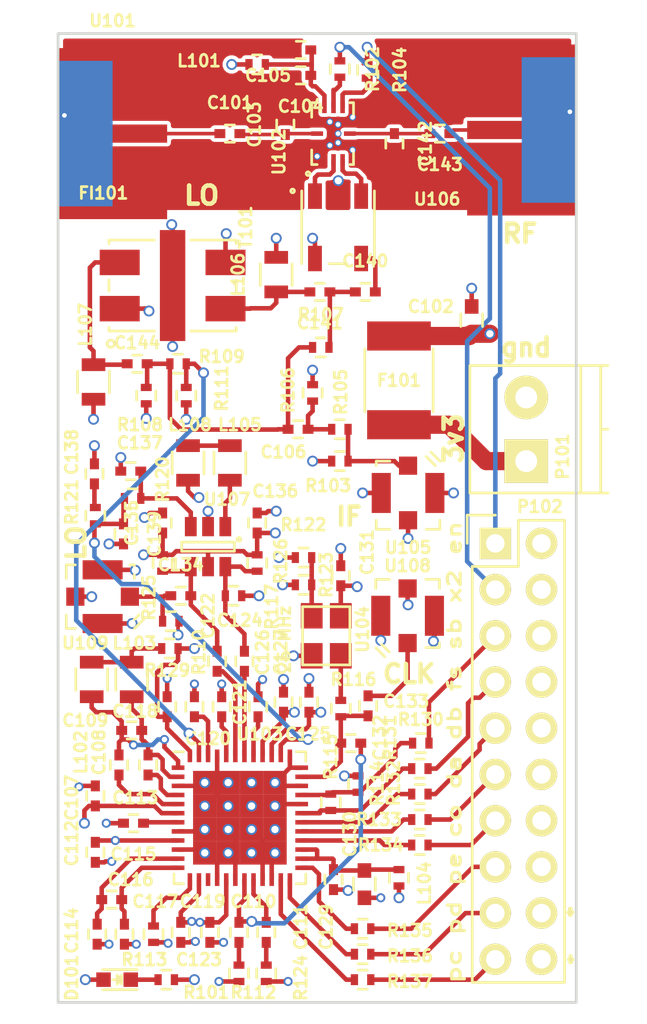
<source format=kicad_pcb>
(kicad_pcb (version 4) (host pcbnew 4.0.4-stable)
  (layers (0 F.Cu signal) (1 In1.Cu signal hide) (2 In2.Cu signal hide) (31 B.Cu signal) (34 B.Paste user) (35 F.Paste user) (36 B.SilkS user) (37 F.SilkS user) (38 B.Mask user) (39 F.Mask user) (44 Edge.Cuts user))
  (net 0 "")
  (net 1 GND)
  (net 2 +3V3)
  (net 3 "Net-(C104-Pad1)")
  (net 4 "Net-(C106-Pad1)")
  (net 5 /IFIN)
  (net 6 "Net-(C108-Pad1)")
  (net 7 "Net-(C108-Pad2)")
  (net 8 "Net-(C109-Pad1)")
  (net 9 /CLKP)
  (net 10 "Net-(C110-Pad2)")
  (net 11 /CLKN)
  (net 12 "Net-(C113-Pad2)")
  (net 13 "Net-(C114-Pad2)")
  (net 14 "Net-(C115-Pad1)")
  (net 15 "Net-(C116-Pad1)")
  (net 16 "Net-(C120-Pad1)")
  (net 17 "Net-(C121-Pad1)")
  (net 18 "Net-(C122-Pad1)")
  (net 19 /LOP)
  (net 20 "Net-(C124-Pad1)")
  (net 21 /LON)
  (net 22 "Net-(C126-Pad1)")
  (net 23 "Net-(C132-Pad1)")
  (net 24 "Net-(C133-Pad2)")
  (net 25 "Net-(C137-Pad2)")
  (net 26 "Net-(C138-Pad1)")
  (net 27 /IOUTL)
  (net 28 "Net-(D101-Pad1)")
  (net 29 "Net-(F101-Pad2)")
  (net 30 "Net-(L102-Pad2)")
  (net 31 "Net-(L105-Pad2)")
  (net 32 /SYNCB)
  (net 33 /FS)
  (net 34 /DOUTB)
  (net 35 /DOUTA)
  (net 36 /CLKOUT)
  (net 37 /PE)
  (net 38 /PD)
  (net 39 /PC)
  (net 40 "Net-(R103-Pad1)")
  (net 41 "Net-(R113-Pad1)")
  (net 42 "Net-(R114-Pad2)")
  (net 43 "Net-(R115-Pad1)")
  (net 44 "Net-(R116-Pad1)")
  (net 45 /FREF_XCO_EN)
  (net 46 "Net-(C101-Pad1)")
  (net 47 "Net-(C101-Pad2)")
  (net 48 "Net-(C106-Pad2)")
  (net 49 "Net-(C111-Pad2)")
  (net 50 "Net-(C134-Pad1)")
  (net 51 "Net-(C140-Pad1)")
  (net 52 "Net-(C140-Pad2)")
  (net 53 "Net-(C141-Pad2)")
  (net 54 "Net-(C142-Pad1)")
  (net 55 "Net-(C143-Pad1)")
  (net 56 "Net-(C144-Pad1)")
  (net 57 "Net-(L105-Pad1)")
  (net 58 /MIX_X2)
  (net 59 "Net-(R102-Pad2)")
  (net 60 /MIX_EN)
  (net 61 "Net-(R104-Pad2)")
  (net 62 "Net-(T101-Pad1)")
  (net 63 "Net-(T101-Pad3)")
  (net 64 "Net-(C129-Pad1)")
  (net 65 "Net-(R132-Pad1)")
  (net 66 "Net-(R133-Pad1)")
  (net 67 "Net-(R134-Pad1)")
  (net 68 "Net-(R135-Pad1)")
  (net 69 "Net-(R136-Pad1)")
  (net 70 "Net-(R137-Pad1)")
  (module vna_footprints:VIA_OSH4LAYER_MIN (layer F.Cu) (at 136.65 72)
    (fp_text reference REF** hide)
    (fp_text value VIA_OSH4LAYER_MIN hide)
    (pad 1 thru_hole circle (at 0 0) (size 0.381 0.381) (drill 0.254) (layers *.Cu) (net 1 GND))
  )
  (module vna_footprints:VIA_OSH4LAYER_MIN (layer F.Cu) (at 137.45 72.9)
    (fp_text reference REF** hide)
    (fp_text value VIA_OSH4LAYER_MIN hide)
    (pad 1 thru_hole circle (at 0 0) (size 0.381 0.381) (drill 0.254) (layers *.Cu) (net 1 GND))
  )
  (module vna_footprints:VIA_OSH4LAYER_MIN (layer F.Cu) (at 137.45 71.1)
    (fp_text reference REF** hide)
    (fp_text value VIA_OSH4LAYER_MIN hide)
    (pad 1 thru_hole circle (at 0 0) (size 0.381 0.381) (drill 0.254) (layers *.Cu) (net 1 GND))
  )
  (module vna_footprints:VIA_OSH4LAYER_MIN (layer F.Cu) (at 135.5 73.25)
    (fp_text reference REF** hide)
    (fp_text value VIA_OSH4LAYER_MIN hide)
    (pad 1 thru_hole circle (at 0 0) (size 0.381 0.381) (drill 0.254) (layers *.Cu) (net 1 GND))
  )
  (module vna_footprints:VIA_OSH4LAYER_MIN (layer F.Cu) (at 136.2 72.65)
    (fp_text reference REF** hide)
    (fp_text value VIA_OSH4LAYER_MIN hide)
    (pad 1 thru_hole circle (at 0 0) (size 0.381 0.381) (drill 0.254) (layers *.Cu) (net 1 GND))
  )
  (module vna_footprints:VIA_OSH4LAYER_MIN (layer F.Cu) (at 136.2 71.35)
    (fp_text reference REF** hide)
    (fp_text value VIA_OSH4LAYER_MIN hide)
    (pad 1 thru_hole circle (at 0 0) (size 0.381 0.381) (drill 0.254) (layers *.Cu) (net 1 GND))
  )
  (module vna_footprints:VIA_OSH4LAYER_MIN (layer F.Cu) (at 136.65 71.5)
    (fp_text reference REF** hide)
    (fp_text value VIA_OSH4LAYER_MIN hide)
    (pad 1 thru_hole circle (at 0 0) (size 0.381 0.381) (drill 0.254) (layers *.Cu) (net 1 GND))
  )
  (module vna_footprints:VIA_OSH4LAYER_MIN (layer F.Cu) (at 136.65 72.5)
    (fp_text reference REF** hide)
    (fp_text value VIA_OSH4LAYER_MIN hide)
    (pad 1 thru_hole circle (at 0 0) (size 0.381 0.381) (drill 0.254) (layers *.Cu) (net 1 GND))
  )
  (module vna_footprints:VIA_OSH4LAYER_MIN (layer F.Cu) (at 149.4 70.8)
    (fp_text reference REF** hide)
    (fp_text value VIA_OSH4LAYER_MIN hide)
    (pad 1 thru_hole circle (at 0 0) (size 0.381 0.381) (drill 0.254) (layers *.Cu) (net 1 GND))
  )
  (module LEDs:LED_0603 (layer F.Cu) (at 124.5 118.5 180)
    (fp_text reference D101 (at 2.5 0.1 270) (layer F.SilkS) (effects (font (size 0.65 0.65))))
    (fp_text value LED)
    (pad 2 smd rect (at 0.7493 0) (size 0.79756 0.79756) (layers F.Cu F.Paste F.Mask) (net 2 +3V3))
    (pad 1 smd rect (at -0.7493 0) (size 0.79756 0.79756) (layers F.Cu F.Paste F.Mask) (net 28 "Net-(D101-Pad1)"))
  )
  (module Resistors_SMD:R_1812 (layer F.Cu) (at 140 85.5616 270)
    (fp_text reference F101 (at 0 0 360) (layer F.SilkS) (effects (font (size 0.65 0.65))))
    (fp_text value F_Small)
    (pad 1 smd rect (at -2.4384 0 270) (size 1.6 3.5) (layers F.Cu F.Paste F.Mask) (net 2 +3V3))
    (pad 2 smd rect (at 2.4384 0 270) (size 1.6 3.5) (layers F.Cu F.Paste F.Mask) (net 29 "Net-(F101-Pad2)"))
  )
  (module Resistors_SMD:R_0805 (layer F.Cu) (at 123.1 102 90)
    (fp_text reference L102 (at -4 -0.6 90) (layer F.SilkS) (effects (font (size 0.65 0.65))))
    (fp_text value "6.8 uH")
    (pad 1 smd rect (at -0.95 0 90) (size 0.7 1.3) (layers F.Cu F.Paste F.Mask) (net 6 "Net-(C108-Pad1)"))
    (pad 2 smd rect (at 0.95 0 90) (size 0.7 1.3) (layers F.Cu F.Paste F.Mask) (net 30 "Net-(L102-Pad2)"))
  )
  (module Resistors_SMD:R_0805 (layer F.Cu) (at 125.3 102 90)
    (fp_text reference L103 (at 2 0.15 180) (layer F.SilkS) (effects (font (size 0.65 0.65))))
    (fp_text value "6.8 uH")
    (pad 1 smd rect (at -0.95 0 90) (size 0.7 1.3) (layers F.Cu F.Paste F.Mask) (net 8 "Net-(C109-Pad1)"))
    (pad 2 smd rect (at 0.95 0 90) (size 0.7 1.3) (layers F.Cu F.Paste F.Mask) (net 30 "Net-(L102-Pad2)"))
  )
  (module Resistors_SMD:R_0805 (layer F.Cu) (at 130.7 90.1 270)
    (fp_text reference L105 (at -2.1 -0.55 360) (layer F.SilkS) (effects (font (size 0.65 0.65))))
    (fp_text value "1.2 uH")
    (pad 1 smd rect (at -0.95 0 270) (size 0.7 1.3) (layers F.Cu F.Paste F.Mask) (net 57 "Net-(L105-Pad1)"))
    (pad 2 smd rect (at 0.95 0 270) (size 0.7 1.3) (layers F.Cu F.Paste F.Mask) (net 31 "Net-(L105-Pad2)"))
  )
  (module Terminal_Blocks:TerminalBlock_Pheonix_PT-3.5mm_2pol (layer F.Cu) (at 147 90 90)
    (fp_text reference P101 (at 0.25 2 90) (layer F.SilkS) (effects (font (size 0.65 0.65))))
    (fp_text value CONN_01X02)
    (pad 2 thru_hole circle (at 3.5 0 90) (size 2.4 2.4) (drill 1.2) (layers *.Cu *.Mask F.SilkS) (net 1 GND))
    (pad 1 thru_hole rect (at 0 0 90) (size 2.4 2.4) (drill 1.2) (layers *.Cu *.Mask F.SilkS) (net 29 "Net-(F101-Pad2)"))
  )
  (module Housings_DFN_QFN:QFN-48-1EP_7x7mm_Pitch0.5mm (layer F.Cu) (at 131.25 109.6)
    (fp_text reference U103 (at 1.1 -4.6) (layer F.SilkS) (effects (font (size 0.65 0.65))))
    (fp_text value ad9864)
    (pad 1 smd rect (at -3.4 -2.75) (size 0.7 0.25) (layers F.Cu F.Paste F.Mask) (net 6 "Net-(C108-Pad1)"))
    (pad 2 smd rect (at -3.4 -2.25) (size 0.7 0.25) (layers F.Cu F.Paste F.Mask) (net 8 "Net-(C109-Pad1)"))
    (pad 3 smd rect (at -3.4 -1.75) (size 0.7 0.25) (layers F.Cu F.Paste F.Mask) (net 1 GND))
    (pad 4 smd rect (at -3.4 -1.25) (size 0.7 0.25) (layers F.Cu F.Paste F.Mask) (net 12 "Net-(C113-Pad2)"))
    (pad 5 smd rect (at -3.4 -0.75) (size 0.7 0.25) (layers F.Cu F.Paste F.Mask) (net 7 "Net-(C108-Pad2)"))
    (pad 6 smd rect (at -3.4 -0.25) (size 0.7 0.25) (layers F.Cu F.Paste F.Mask) (net 2 +3V3))
    (pad 7 smd rect (at -3.4 0.25) (size 0.7 0.25) (layers F.Cu F.Paste F.Mask) (net 14 "Net-(C115-Pad1)"))
    (pad 8 smd rect (at -3.4 0.75) (size 0.7 0.25) (layers F.Cu F.Paste F.Mask) (net 1 GND))
    (pad 9 smd rect (at -3.4 1.25) (size 0.7 0.25) (layers F.Cu F.Paste F.Mask) (net 2 +3V3))
    (pad 10 smd rect (at -3.4 1.75) (size 0.7 0.25) (layers F.Cu F.Paste F.Mask) (net 1 GND))
    (pad 11 smd rect (at -3.4 2.25) (size 0.7 0.25) (layers F.Cu F.Paste F.Mask) (net 13 "Net-(C114-Pad2)"))
    (pad 12 smd rect (at -3.4 2.75) (size 0.7 0.25) (layers F.Cu F.Paste F.Mask) (net 15 "Net-(C116-Pad1)"))
    (pad 13 smd rect (at -2.75 3.4 90) (size 0.7 0.25) (layers F.Cu F.Paste F.Mask) (net 41 "Net-(R113-Pad1)"))
    (pad 14 smd rect (at -2.25 3.4 90) (size 0.7 0.25) (layers F.Cu F.Paste F.Mask) (net 2 +3V3))
    (pad 15 smd rect (at -1.75 3.4 90) (size 0.7 0.25) (layers F.Cu F.Paste F.Mask))
    (pad 16 smd rect (at -1.25 3.4 90) (size 0.7 0.25) (layers F.Cu F.Paste F.Mask) (net 1 GND))
    (pad 17 smd rect (at -0.75 3.4 90) (size 0.7 0.25) (layers F.Cu F.Paste F.Mask) (net 2 +3V3))
    (pad 18 smd rect (at -0.25 3.4 90) (size 0.7 0.25) (layers F.Cu F.Paste F.Mask) (net 1 GND))
    (pad 19 smd rect (at 0.25 3.4 90) (size 0.7 0.25) (layers F.Cu F.Paste F.Mask) (net 9 /CLKP))
    (pad 20 smd rect (at 0.75 3.4 90) (size 0.7 0.25) (layers F.Cu F.Paste F.Mask) (net 11 /CLKN))
    (pad 21 smd rect (at 1.25 3.4 90) (size 0.7 0.25) (layers F.Cu F.Paste F.Mask) (net 1 GND))
    (pad 22 smd rect (at 1.75 3.4 90) (size 0.7 0.25) (layers F.Cu F.Paste F.Mask) (net 1 GND))
    (pad 23 smd rect (at 2.25 3.4 90) (size 0.7 0.25) (layers F.Cu F.Paste F.Mask) (net 70 "Net-(R137-Pad1)"))
    (pad 24 smd rect (at 2.75 3.4 90) (size 0.7 0.25) (layers F.Cu F.Paste F.Mask) (net 69 "Net-(R136-Pad1)"))
    (pad 25 smd rect (at 3.4 2.75) (size 0.7 0.25) (layers F.Cu F.Paste F.Mask) (net 68 "Net-(R135-Pad1)"))
    (pad 26 smd rect (at 3.4 2.25) (size 0.7 0.25) (layers F.Cu F.Paste F.Mask) (net 64 "Net-(C129-Pad1)"))
    (pad 27 smd rect (at 3.4 1.75) (size 0.7 0.25) (layers F.Cu F.Paste F.Mask) (net 64 "Net-(C129-Pad1)"))
    (pad 28 smd rect (at 3.4 1.25) (size 0.7 0.25) (layers F.Cu F.Paste F.Mask) (net 67 "Net-(R134-Pad1)"))
    (pad 29 smd rect (at 3.4 0.75) (size 0.7 0.25) (layers F.Cu F.Paste F.Mask) (net 66 "Net-(R133-Pad1)"))
    (pad 30 smd rect (at 3.4 0.25) (size 0.7 0.25) (layers F.Cu F.Paste F.Mask) (net 65 "Net-(R132-Pad1)"))
    (pad 31 smd rect (at 3.4 -0.25) (size 0.7 0.25) (layers F.Cu F.Paste F.Mask) (net 43 "Net-(R115-Pad1)"))
    (pad 32 smd rect (at 3.4 -0.75) (size 0.7 0.25) (layers F.Cu F.Paste F.Mask) (net 1 GND))
    (pad 33 smd rect (at 3.4 -1.25) (size 0.7 0.25) (layers F.Cu F.Paste F.Mask) (net 42 "Net-(R114-Pad2)"))
    (pad 34 smd rect (at 3.4 -1.75) (size 0.7 0.25) (layers F.Cu F.Paste F.Mask) (net 1 GND))
    (pad 35 smd rect (at 3.4 -2.25) (size 0.7 0.25) (layers F.Cu F.Paste F.Mask) (net 23 "Net-(C132-Pad1)"))
    (pad 36 smd rect (at 3.4 -2.75) (size 0.7 0.25) (layers F.Cu F.Paste F.Mask) (net 1 GND))
    (pad 37 smd rect (at 2.75 -3.4 90) (size 0.7 0.25) (layers F.Cu F.Paste F.Mask) (net 1 GND))
    (pad 38 smd rect (at 2.25 -3.4 90) (size 0.7 0.25) (layers F.Cu F.Paste F.Mask) (net 27 /IOUTL))
    (pad 39 smd rect (at 1.75 -3.4 90) (size 0.7 0.25) (layers F.Cu F.Paste F.Mask) (net 2 +3V3))
    (pad 40 smd rect (at 1.25 -3.4 90) (size 0.7 0.25) (layers F.Cu F.Paste F.Mask) (net 2 +3V3))
    (pad 41 smd rect (at 0.75 -3.4 90) (size 0.7 0.25) (layers F.Cu F.Paste F.Mask) (net 22 "Net-(C126-Pad1)"))
    (pad 42 smd rect (at 0.25 -3.4 90) (size 0.7 0.25) (layers F.Cu F.Paste F.Mask) (net 20 "Net-(C124-Pad1)"))
    (pad 43 smd rect (at -0.25 -3.4 90) (size 0.7 0.25) (layers F.Cu F.Paste F.Mask) (net 18 "Net-(C122-Pad1)"))
    (pad 44 smd rect (at -0.75 -3.4 90) (size 0.7 0.25) (layers F.Cu F.Paste F.Mask) (net 17 "Net-(C121-Pad1)"))
    (pad 45 smd rect (at -1.25 -3.4 90) (size 0.7 0.25) (layers F.Cu F.Paste F.Mask) (net 1 GND))
    (pad 46 smd rect (at -1.75 -3.4 90) (size 0.7 0.25) (layers F.Cu F.Paste F.Mask) (net 16 "Net-(C120-Pad1)"))
    (pad 47 smd rect (at -2.25 -3.4 90) (size 0.7 0.25) (layers F.Cu F.Paste F.Mask) (net 5 /IFIN))
    (pad 48 smd rect (at -2.75 -3.4 90) (size 0.7 0.25) (layers F.Cu F.Paste F.Mask) (net 2 +3V3))
    (pad 49 smd rect (at 1.93125 1.93125) (size 1.2875 1.2875) (layers F.Cu F.Paste F.Mask) (net 1 GND))
    (pad 49 smd rect (at 1.93125 0.64375) (size 1.2875 1.2875) (layers F.Cu F.Paste F.Mask) (net 1 GND))
    (pad 49 smd rect (at 1.93125 -0.64375) (size 1.2875 1.2875) (layers F.Cu F.Paste F.Mask) (net 1 GND))
    (pad 49 smd rect (at 1.93125 -1.93125) (size 1.2875 1.2875) (layers F.Cu F.Paste F.Mask) (net 1 GND))
    (pad 49 smd rect (at 0.64375 1.93125) (size 1.2875 1.2875) (layers F.Cu F.Paste F.Mask) (net 1 GND))
    (pad 49 smd rect (at 0.64375 0.64375) (size 1.2875 1.2875) (layers F.Cu F.Paste F.Mask) (net 1 GND))
    (pad 49 smd rect (at 0.64375 -0.64375) (size 1.2875 1.2875) (layers F.Cu F.Paste F.Mask) (net 1 GND))
    (pad 49 smd rect (at 0.64375 -1.93125) (size 1.2875 1.2875) (layers F.Cu F.Paste F.Mask) (net 1 GND))
    (pad 49 smd rect (at -0.64375 1.93125) (size 1.2875 1.2875) (layers F.Cu F.Paste F.Mask) (net 1 GND))
    (pad 49 smd rect (at -0.64375 0.64375) (size 1.2875 1.2875) (layers F.Cu F.Paste F.Mask) (net 1 GND))
    (pad 49 smd rect (at -0.64375 -0.64375) (size 1.2875 1.2875) (layers F.Cu F.Paste F.Mask) (net 1 GND))
    (pad 49 smd rect (at -0.64375 -1.93125) (size 1.2875 1.2875) (layers F.Cu F.Paste F.Mask) (net 1 GND))
    (pad 49 smd rect (at -1.93125 1.93125) (size 1.2875 1.2875) (layers F.Cu F.Paste F.Mask) (net 1 GND))
    (pad 49 smd rect (at -1.93125 0.64375) (size 1.2875 1.2875) (layers F.Cu F.Paste F.Mask) (net 1 GND))
    (pad 49 smd rect (at -1.93125 -0.64375) (size 1.2875 1.2875) (layers F.Cu F.Paste F.Mask) (net 1 GND))
    (pad 49 smd rect (at -1.93125 -1.93125) (size 1.2875 1.2875) (layers F.Cu F.Paste F.Mask) (net 1 GND))
  )
  (module vna_footprints:crystal_FA238-TSX3225 (layer F.Cu) (at 136 99.6 270)
    (fp_text reference U104 (at -0.35 -2 450) (layer F.SilkS) (effects (font (size 0.65 0.65))))
    (fp_text value "26 MHz" (at 0.2 2.3 270) (layer F.SilkS) (effects (font (size 0.65 0.65))))
    (pad 1 smd rect (at -1.1 0.8 270) (size 1.4 1.2) (layers F.Cu F.Paste F.Mask) (net 45 /FREF_XCO_EN))
    (pad 2 smd rect (at 1.1 0.8 270) (size 1.4 1.2) (layers F.Cu F.Paste F.Mask) (net 1 GND))
    (pad 4 smd rect (at -1.1 -0.8 270) (size 1.4 1.2) (layers F.Cu F.Paste F.Mask) (net 2 +3V3))
    (pad 3 smd rect (at 1.1 -0.8 270) (size 1.4 1.2) (layers F.Cu F.Paste F.Mask) (net 44 "Net-(R116-Pad1)"))
  )
  (module TO_SOT_Packages_SMD:SOT-23-6 (layer F.Cu) (at 129.5 94.7 270)
    (fp_text reference U107 (at -2.6 -1.05 360) (layer F.SilkS) (effects (font (size 0.65 0.65))))
    (fp_text value max2605)
    (pad 1 smd rect (at -1.1 -0.95 270) (size 1.06 0.65) (layers F.Cu F.Paste F.Mask) (net 31 "Net-(L105-Pad2)"))
    (pad 2 smd rect (at -1.1 0 270) (size 1.06 0.65) (layers F.Cu F.Paste F.Mask) (net 1 GND))
    (pad 3 smd rect (at -1.1 0.95 270) (size 1.06 0.65) (layers F.Cu F.Paste F.Mask) (net 25 "Net-(C137-Pad2)"))
    (pad 4 smd rect (at 1.1 0.95 270) (size 1.06 0.65) (layers F.Cu F.Paste F.Mask) (net 19 /LOP))
    (pad 6 smd rect (at 1.1 -0.95 270) (size 1.06 0.65) (layers F.Cu F.Paste F.Mask) (net 21 /LON))
    (pad 5 smd rect (at 1.1 0 270) (size 1.06 0.65) (layers F.Cu F.Paste F.Mask) (net 2 +3V3))
  )
  (module Capacitors_SMD:C_0402 (layer F.Cu) (at 138.15 80.7)
    (fp_text reference C140 (at 0 -1.7) (layer F.SilkS) (effects (font (size 0.65 0.65))))
    (fp_text value "10 nF")
    (pad 1 smd rect (at -0.55 0) (size 0.6 0.5) (layers F.Cu F.Paste F.Mask) (net 51 "Net-(C140-Pad1)"))
    (pad 2 smd rect (at 0.55 0) (size 0.6 0.5) (layers F.Cu F.Paste F.Mask) (net 52 "Net-(C140-Pad2)"))
  )
  (module Capacitors_SMD:C_0402 (layer F.Cu) (at 135.65 80.7 180)
    (fp_text reference C141 (at 0 -1.7 180) (layer F.SilkS) (effects (font (size 0.65 0.65))))
    (fp_text value "11 pF")
    (pad 1 smd rect (at -0.55 0 180) (size 0.6 0.5) (layers F.Cu F.Paste F.Mask) (net 51 "Net-(C140-Pad1)"))
    (pad 2 smd rect (at 0.55 0 180) (size 0.6 0.5) (layers F.Cu F.Paste F.Mask) (net 53 "Net-(C141-Pad2)"))
  )
  (module Capacitors_SMD:C_0402 (layer F.Cu) (at 139.75 72.55 270)
    (fp_text reference C142 (at 0 -1.7 270) (layer F.SilkS) (effects (font (size 0.65 0.65))))
    (fp_text value ".15 pF")
    (pad 1 smd rect (at -0.55 0 270) (size 0.6 0.5) (layers F.Cu F.Paste F.Mask) (net 54 "Net-(C142-Pad1)"))
    (pad 2 smd rect (at 0.55 0 270) (size 0.6 0.5) (layers F.Cu F.Paste F.Mask) (net 1 GND))
  )
  (module Capacitors_SMD:C_0402 (layer F.Cu) (at 142.25 72 180)
    (fp_text reference C143 (at 0 -1.7 180) (layer F.SilkS) (effects (font (size 0.65 0.65))))
    (fp_text value "10 pF")
    (pad 1 smd rect (at -0.55 0 180) (size 0.6 0.5) (layers F.Cu F.Paste F.Mask) (net 55 "Net-(C143-Pad1)"))
    (pad 2 smd rect (at 0.55 0 180) (size 0.6 0.5) (layers F.Cu F.Paste F.Mask) (net 54 "Net-(C142-Pad1)"))
  )
  (module Capacitors_SMD:C_0402 (layer F.Cu) (at 125.6 84.65)
    (fp_text reference C144 (at 0 -1.15) (layer F.SilkS) (effects (font (size 0.65 0.65))))
    (fp_text value "11 pF")
    (pad 1 smd rect (at -0.55 0) (size 0.6 0.5) (layers F.Cu F.Paste F.Mask) (net 56 "Net-(C144-Pad1)"))
    (pad 2 smd rect (at 0.55 0) (size 0.6 0.5) (layers F.Cu F.Paste F.Mask) (net 48 "Net-(C106-Pad2)"))
  )
  (module vna_footprints:ECS-96SMF (layer F.Cu) (at 127.55 80.35)
    (fp_text reference FI101 (at -3.81 -5.08) (layer F.SilkS) (effects (font (size 0.65 0.65))))
    (fp_text value ECS-96SMF45A30)
    (pad 2 smd rect (at 0 0) (size 1.4 6.1) (layers F.Cu F.Paste F.Mask) (net 1 GND))
    (pad 1 smd rect (at -2.91 -1.27) (size 2.2 1.4) (layers F.Cu F.Paste F.Mask) (net 56 "Net-(C144-Pad1)"))
    (pad 2 smd rect (at -2.91 1.27) (size 2.2 1.4) (layers F.Cu F.Paste F.Mask) (net 1 GND))
    (pad 3 smd rect (at 2.91 1.27) (size 2.2 1.4) (layers F.Cu F.Paste F.Mask) (net 53 "Net-(C141-Pad2)"))
    (pad 2 smd rect (at 2.91 -1.27) (size 2.2 1.4) (layers F.Cu F.Paste F.Mask) (net 1 GND))
  )
  (module Resistors_SMD:R_0805 (layer F.Cu) (at 133.25 79.75 90)
    (fp_text reference L106 (at 0 -2.1 90) (layer F.SilkS) (effects (font (size 0.65 0.65))))
    (fp_text value "1 uH")
    (pad 1 smd rect (at -0.95 0 90) (size 0.7 1.3) (layers F.Cu F.Paste F.Mask) (net 53 "Net-(C141-Pad2)"))
    (pad 2 smd rect (at 0.95 0 90) (size 0.7 1.3) (layers F.Cu F.Paste F.Mask) (net 1 GND))
  )
  (module Resistors_SMD:R_0805 (layer F.Cu) (at 123.2 85.65 270)
    (fp_text reference L107 (at -3.15 0.45 270) (layer F.SilkS) (effects (font (size 0.65 0.65))))
    (fp_text value "1 uH")
    (pad 1 smd rect (at -0.95 0 270) (size 0.7 1.3) (layers F.Cu F.Paste F.Mask) (net 56 "Net-(C144-Pad1)"))
    (pad 2 smd rect (at 0.95 0 270) (size 0.7 1.3) (layers F.Cu F.Paste F.Mask) (net 1 GND))
  )
  (module Resistors_SMD:R_0805 (layer F.Cu) (at 128.4 90.1 90)
    (fp_text reference L108 (at 2.1 0.1 180) (layer F.SilkS) (effects (font (size 0.65 0.65))))
    (fp_text value ".2 uH")
    (pad 1 smd rect (at -0.95 0 90) (size 0.7 1.3) (layers F.Cu F.Paste F.Mask) (net 1 GND))
    (pad 2 smd rect (at 0.95 0 90) (size 0.7 1.3) (layers F.Cu F.Paste F.Mask) (net 57 "Net-(L105-Pad1)"))
  )
  (module Resistors_SMD:R_0402 (layer F.Cu) (at 132.7 118.15 270)
    (fp_text reference R124 (at 0.25 -1.9 270) (layer F.SilkS) (effects (font (size 0.65 0.65))))
    (fp_text value DNP)
    (pad 1 smd rect (at -0.45 0 270) (size 0.4 0.6) (layers F.Cu F.Paste F.Mask) (net 49 "Net-(C111-Pad2)"))
    (pad 2 smd rect (at 0.45 0 270) (size 0.4 0.6) (layers F.Cu F.Paste F.Mask) (net 1 GND))
  )
  (module Resistors_SMD:R_0402 (layer F.Cu) (at 127 95.6 270)
    (fp_text reference R125 (at 1.9 0.75 270) (layer F.SilkS) (effects (font (size 0.65 0.65))))
    (fp_text value 1k)
    (pad 1 smd rect (at -0.45 0 270) (size 0.4 0.6) (layers F.Cu F.Paste F.Mask) (net 2 +3V3))
    (pad 2 smd rect (at 0.45 0 270) (size 0.4 0.6) (layers F.Cu F.Paste F.Mask) (net 19 /LOP))
  )
  (module Resistors_SMD:R_0402 (layer F.Cu) (at 132.2 95.6 270)
    (fp_text reference R126 (at -0.1 -1.3 270) (layer F.SilkS) (effects (font (size 0.65 0.65))))
    (fp_text value 1k)
    (pad 1 smd rect (at -0.45 0 270) (size 0.4 0.6) (layers F.Cu F.Paste F.Mask) (net 2 +3V3))
    (pad 2 smd rect (at 0.45 0 270) (size 0.4 0.6) (layers F.Cu F.Paste F.Mask) (net 21 /LON))
  )
  (module Resistors_SMD:R_0402 (layer F.Cu) (at 127.45 98.8 180)
    (fp_text reference R129 (at 0.2 -2.7 180) (layer F.SilkS) (effects (font (size 0.65 0.65))))
    (fp_text value DNP)
    (pad 1 smd rect (at -0.45 0 180) (size 0.4 0.6) (layers F.Cu F.Paste F.Mask) (net 1 GND))
    (pad 2 smd rect (at 0.45 0 180) (size 0.4 0.6) (layers F.Cu F.Paste F.Mask) (net 50 "Net-(C134-Pad1)"))
  )
  (module vna_footprints:5LEAD_BALUN_4p83mm_3p3mm (layer F.Cu) (at 136.65 77.15)
    (fp_text reference T101 (at -5.08 0 90) (layer F.SilkS) (effects (font (size 0.65 0.65))))
    (fp_text value TRANSFO4)
    (pad 1 smd rect (at -1.27 -1.715) (size 0.76 1.4) (layers F.Cu F.Paste F.Mask) (net 62 "Net-(T101-Pad1)"))
    (pad 1 smd rect (at -1.27 -1.715) (size 0.76 1.4) (layers F.Cu F.Paste F.Mask) (net 62 "Net-(T101-Pad1)"))
    (pad 2 smd rect (at 0 -1.715) (size 0.76 1.4) (layers F.Cu F.Paste F.Mask) (net 1 GND))
    (pad 3 smd rect (at 1.27 -1.715) (size 0.76 1.4) (layers F.Cu F.Paste F.Mask) (net 63 "Net-(T101-Pad3)"))
    (pad 4 smd rect (at 1.27 1.715) (size 0.76 1.4) (layers F.Cu F.Paste F.Mask) (net 52 "Net-(C140-Pad2)"))
    (pad 5 smd rect (at -1.27 1.715) (size 0.76 1.4) (layers F.Cu F.Paste F.Mask) (net 1 GND))
  )
  (module vna_footprints:734120110_ufl_umc (layer F.Cu) (at 123.7 97.45 90)
    (fp_text reference U109 (at -2.55 -0.95 180) (layer F.SilkS) (effects (font (size 0.65 0.65))))
    (fp_text value CONN_SMA_2GND)
    (pad 1 smd rect (at 0 1.5 90) (size 1 1) (layers F.Cu F.Paste F.Mask) (net 50 "Net-(C134-Pad1)"))
    (pad 2 smd rect (at -1.475 0 90) (size 1.05 2.2) (layers F.Cu F.Paste F.Mask) (net 1 GND))
    (pad 2 smd rect (at 1.475 0 90) (size 1.05 2.2) (layers F.Cu F.Paste F.Mask) (net 1 GND))
    (pad 3 smd rect (at 0 -1.5 90) (size 1 1) (layers F.Cu F.Paste F.Mask) (net 1 GND))
  )
  (module Capacitors_SMD:C_0402 (layer F.Cu) (at 130.7 72)
    (fp_text reference C101 (at 0 -1.7) (layer F.SilkS) (effects (font (size 0.65 0.65))))
    (fp_text value "10 pF")
    (pad 1 smd rect (at -0.55 0) (size 0.6 0.5) (layers F.Cu F.Paste F.Mask) (net 46 "Net-(C101-Pad1)"))
    (pad 2 smd rect (at 0.55 0) (size 0.6 0.5) (layers F.Cu F.Paste F.Mask) (net 47 "Net-(C101-Pad2)"))
  )
  (module Capacitors_SMD:C_0603 (layer F.Cu) (at 144 82.25 90)
    (fp_text reference C102 (at 0.75 -2.25 180) (layer F.SilkS) (effects (font (size 0.65 0.65))))
    (fp_text value "10 uF")
    (pad 1 smd rect (at -0.75 0 90) (size 0.8 0.75) (layers F.Cu F.Paste F.Mask) (net 2 +3V3))
    (pad 2 smd rect (at 0.75 0 90) (size 0.8 0.75) (layers F.Cu F.Paste F.Mask) (net 1 GND))
  )
  (module Capacitors_SMD:C_0402 (layer F.Cu) (at 133.75 71.5 90)
    (fp_text reference C103 (at 0 -1.7 90) (layer F.SilkS) (effects (font (size 0.65 0.65))))
    (fp_text value ".15 pF")
    (pad 1 smd rect (at -0.55 0 90) (size 0.6 0.5) (layers F.Cu F.Paste F.Mask) (net 47 "Net-(C101-Pad2)"))
    (pad 2 smd rect (at 0.55 0 90) (size 0.6 0.5) (layers F.Cu F.Paste F.Mask) (net 1 GND))
  )
  (module Capacitors_SMD:C_0402 (layer F.Cu) (at 134.6 68.8 180)
    (fp_text reference C104 (at 0 -1.7 180) (layer F.SilkS) (effects (font (size 0.65 0.65))))
    (fp_text value "10 pF")
    (pad 1 smd rect (at -0.55 0 180) (size 0.6 0.5) (layers F.Cu F.Paste F.Mask) (net 3 "Net-(C104-Pad1)"))
    (pad 2 smd rect (at 0.55 0 180) (size 0.6 0.5) (layers F.Cu F.Paste F.Mask) (net 1 GND))
  )
  (module Capacitors_SMD:C_0402 (layer F.Cu) (at 134.6 67.4 180)
    (fp_text reference C105 (at 1.8 -1.4 180) (layer F.SilkS) (effects (font (size 0.65 0.65))))
    (fp_text value "100 nF")
    (pad 1 smd rect (at -0.55 0 180) (size 0.6 0.5) (layers F.Cu F.Paste F.Mask) (net 3 "Net-(C104-Pad1)"))
    (pad 2 smd rect (at 0.55 0 180) (size 0.6 0.5) (layers F.Cu F.Paste F.Mask) (net 1 GND))
  )
  (module Capacitors_SMD:C_0402 (layer F.Cu) (at 134.45 88.25 180)
    (fp_text reference C106 (at 0.8 -1.25 180) (layer F.SilkS) (effects (font (size 0.65 0.65))))
    (fp_text value DNP)
    (pad 1 smd rect (at -0.55 0 180) (size 0.6 0.5) (layers F.Cu F.Paste F.Mask) (net 4 "Net-(C106-Pad1)"))
    (pad 2 smd rect (at 0.55 0 180) (size 0.6 0.5) (layers F.Cu F.Paste F.Mask) (net 48 "Net-(C106-Pad2)"))
  )
  (module Capacitors_SMD:C_0402 (layer F.Cu) (at 123.3 108.4 90)
    (fp_text reference C107 (at -0.1 -1.3 90) (layer F.SilkS) (effects (font (size 0.65 0.65))))
    (fp_text value "100 nF")
    (pad 1 smd rect (at -0.55 0 90) (size 0.6 0.5) (layers F.Cu F.Paste F.Mask) (net 2 +3V3))
    (pad 2 smd rect (at 0.55 0 90) (size 0.6 0.5) (layers F.Cu F.Paste F.Mask) (net 1 GND))
  )
  (module Capacitors_SMD:C_0402 (layer F.Cu) (at 124.6 106.7 270)
    (fp_text reference C108 (at -0.7 1.1 270) (layer F.SilkS) (effects (font (size 0.65 0.65))))
    (fp_text value "100 pF")
    (pad 1 smd rect (at -0.55 0 270) (size 0.6 0.5) (layers F.Cu F.Paste F.Mask) (net 6 "Net-(C108-Pad1)"))
    (pad 2 smd rect (at 0.55 0 270) (size 0.6 0.5) (layers F.Cu F.Paste F.Mask) (net 7 "Net-(C108-Pad2)"))
  )
  (module Capacitors_SMD:C_0402 (layer F.Cu) (at 125.3 104.8 180)
    (fp_text reference C109 (at 2.55 0.55 180) (layer F.SilkS) (effects (font (size 0.65 0.65))))
    (fp_text value "120 pF")
    (pad 1 smd rect (at -0.55 0 180) (size 0.6 0.5) (layers F.Cu F.Paste F.Mask) (net 8 "Net-(C109-Pad1)"))
    (pad 2 smd rect (at 0.55 0 180) (size 0.6 0.5) (layers F.Cu F.Paste F.Mask) (net 6 "Net-(C108-Pad1)"))
  )
  (module Capacitors_SMD:C_0402 (layer F.Cu) (at 131.2 115.9 270)
    (fp_text reference C110 (at -1.7 -0.8 360) (layer F.SilkS) (effects (font (size 0.65 0.65))))
    (fp_text value "10 nF")
    (pad 1 smd rect (at -0.55 0 270) (size 0.6 0.5) (layers F.Cu F.Paste F.Mask) (net 9 /CLKP))
    (pad 2 smd rect (at 0.55 0 270) (size 0.6 0.5) (layers F.Cu F.Paste F.Mask) (net 10 "Net-(C110-Pad2)"))
  )
  (module Capacitors_SMD:C_0402 (layer F.Cu) (at 132.7 115.9 270)
    (fp_text reference C111 (at -0.3 -1.9 270) (layer F.SilkS) (effects (font (size 0.65 0.65))))
    (fp_text value "10 nF")
    (pad 1 smd rect (at -0.55 0 270) (size 0.6 0.5) (layers F.Cu F.Paste F.Mask) (net 11 /CLKN))
    (pad 2 smd rect (at 0.55 0 270) (size 0.6 0.5) (layers F.Cu F.Paste F.Mask) (net 49 "Net-(C111-Pad2)"))
  )
  (module Capacitors_SMD:C_0402 (layer F.Cu) (at 123.3 111.5 270)
    (fp_text reference C112 (at -0.5 1.3 270) (layer F.SilkS) (effects (font (size 0.65 0.65))))
    (fp_text value "100 nF")
    (pad 1 smd rect (at -0.55 0 270) (size 0.6 0.5) (layers F.Cu F.Paste F.Mask) (net 2 +3V3))
    (pad 2 smd rect (at 0.55 0 270) (size 0.6 0.5) (layers F.Cu F.Paste F.Mask) (net 1 GND))
  )
  (module Capacitors_SMD:C_0402 (layer F.Cu) (at 126.2 106.7 270)
    (fp_text reference C113 (at 1.8 0.7 360) (layer F.SilkS) (effects (font (size 0.65 0.65))))
    (fp_text value "100 pF")
    (pad 1 smd rect (at -0.55 0 270) (size 0.6 0.5) (layers F.Cu F.Paste F.Mask) (net 8 "Net-(C109-Pad1)"))
    (pad 2 smd rect (at 0.55 0 270) (size 0.6 0.5) (layers F.Cu F.Paste F.Mask) (net 12 "Net-(C113-Pad2)"))
  )
  (module Capacitors_SMD:C_0402 (layer F.Cu) (at 123.4 116 90)
    (fp_text reference C114 (at 0.2 -1.4 90) (layer F.SilkS) (effects (font (size 0.65 0.65))))
    (fp_text value "100 pF")
    (pad 1 smd rect (at -0.55 0 90) (size 0.6 0.5) (layers F.Cu F.Paste F.Mask) (net 1 GND))
    (pad 2 smd rect (at 0.55 0 90) (size 0.6 0.5) (layers F.Cu F.Paste F.Mask) (net 13 "Net-(C114-Pad2)"))
  )
  (module Capacitors_SMD:C_0402 (layer F.Cu) (at 125.4 109.9 180)
    (fp_text reference C115 (at 0 -1.7 180) (layer F.SilkS) (effects (font (size 0.65 0.65))))
    (fp_text value "2.2 nF")
    (pad 1 smd rect (at -0.55 0 180) (size 0.6 0.5) (layers F.Cu F.Paste F.Mask) (net 14 "Net-(C115-Pad1)"))
    (pad 2 smd rect (at 0.55 0 180) (size 0.6 0.5) (layers F.Cu F.Paste F.Mask) (net 1 GND))
  )
  (module Capacitors_SMD:C_0402 (layer F.Cu) (at 124.2 114.1 180)
    (fp_text reference C116 (at -1.05 1.1 360) (layer F.SilkS) (effects (font (size 0.65 0.65))))
    (fp_text value "10 nF")
    (pad 1 smd rect (at -0.55 0 180) (size 0.6 0.5) (layers F.Cu F.Paste F.Mask) (net 15 "Net-(C116-Pad1)"))
    (pad 2 smd rect (at 0.55 0 180) (size 0.6 0.5) (layers F.Cu F.Paste F.Mask) (net 13 "Net-(C114-Pad2)"))
  )
  (module Capacitors_SMD:C_0402 (layer F.Cu) (at 124.9 116 90)
    (fp_text reference C117 (at 1.8 1.7 180) (layer F.SilkS) (effects (font (size 0.65 0.65))))
    (fp_text value "100 pF")
    (pad 1 smd rect (at -0.55 0 90) (size 0.6 0.5) (layers F.Cu F.Paste F.Mask) (net 1 GND))
    (pad 2 smd rect (at 0.55 0 90) (size 0.6 0.5) (layers F.Cu F.Paste F.Mask) (net 15 "Net-(C116-Pad1)"))
  )
  (module Capacitors_SMD:C_0402 (layer F.Cu) (at 127.25 103.5 270)
    (fp_text reference C118 (at 0.25 1.75 360) (layer F.SilkS) (effects (font (size 0.65 0.65))))
    (fp_text value "100 nF")
    (pad 1 smd rect (at -0.55 0 270) (size 0.6 0.5) (layers F.Cu F.Paste F.Mask) (net 1 GND))
    (pad 2 smd rect (at 0.55 0 270) (size 0.6 0.5) (layers F.Cu F.Paste F.Mask) (net 2 +3V3))
  )
  (module Capacitors_SMD:C_0402 (layer F.Cu) (at 128 115.9 270)
    (fp_text reference C119 (at -1.7 -1.2 360) (layer F.SilkS) (effects (font (size 0.65 0.65))))
    (fp_text value "100 nF")
    (pad 1 smd rect (at -0.55 0 270) (size 0.6 0.5) (layers F.Cu F.Paste F.Mask) (net 2 +3V3))
    (pad 2 smd rect (at 0.55 0 270) (size 0.6 0.5) (layers F.Cu F.Paste F.Mask) (net 1 GND))
  )
  (module Capacitors_SMD:C_0402 (layer F.Cu) (at 128.75 103.5 90)
    (fp_text reference C120 (at -1.75 0.75 180) (layer F.SilkS) (effects (font (size 0.65 0.65))))
    (fp_text value "100 nF")
    (pad 1 smd rect (at -0.55 0 90) (size 0.6 0.5) (layers F.Cu F.Paste F.Mask) (net 16 "Net-(C120-Pad1)"))
    (pad 2 smd rect (at 0.55 0 90) (size 0.6 0.5) (layers F.Cu F.Paste F.Mask) (net 1 GND))
  )
  (module Capacitors_SMD:C_0402 (layer F.Cu) (at 130.25 103.5 90)
    (fp_text reference C121 (at 0.25 1 90) (layer F.SilkS) (effects (font (size 0.65 0.65))))
    (fp_text value "100 nF")
    (pad 1 smd rect (at -0.55 0 90) (size 0.6 0.5) (layers F.Cu F.Paste F.Mask) (net 17 "Net-(C121-Pad1)"))
    (pad 2 smd rect (at 0.55 0 90) (size 0.6 0.5) (layers F.Cu F.Paste F.Mask) (net 1 GND))
  )
  (module Capacitors_SMD:C_0402 (layer F.Cu) (at 130 101 90)
    (fp_text reference C122 (at 2.5 -0.5 90) (layer F.SilkS) (effects (font (size 0.65 0.65))))
    (fp_text value "10 nF")
    (pad 1 smd rect (at -0.55 0 90) (size 0.6 0.5) (layers F.Cu F.Paste F.Mask) (net 18 "Net-(C122-Pad1)"))
    (pad 2 smd rect (at 0.55 0 90) (size 0.6 0.5) (layers F.Cu F.Paste F.Mask) (net 19 /LOP))
  )
  (module Capacitors_SMD:C_0402 (layer F.Cu) (at 129.6 115.9 270)
    (fp_text reference C123 (at 1.5 0.6 360) (layer F.SilkS) (effects (font (size 0.65 0.65))))
    (fp_text value "100 nF")
    (pad 1 smd rect (at -0.55 0 270) (size 0.6 0.5) (layers F.Cu F.Paste F.Mask) (net 2 +3V3))
    (pad 2 smd rect (at 0.55 0 270) (size 0.6 0.5) (layers F.Cu F.Paste F.Mask) (net 1 GND))
  )
  (module Capacitors_SMD:C_0402 (layer F.Cu) (at 131.5 101 90)
    (fp_text reference C124 (at 2.25 -0.25 180) (layer F.SilkS) (effects (font (size 0.65 0.65))))
    (fp_text value "10 nF")
    (pad 1 smd rect (at -0.55 0 90) (size 0.6 0.5) (layers F.Cu F.Paste F.Mask) (net 20 "Net-(C124-Pad1)"))
    (pad 2 smd rect (at 0.55 0 90) (size 0.6 0.5) (layers F.Cu F.Paste F.Mask) (net 21 /LON))
  )
  (module Capacitors_SMD:C_0402 (layer F.Cu) (at 135.05 103.25 270)
    (fp_text reference C125 (at 1.75 0.05 360) (layer F.SilkS) (effects (font (size 0.65 0.65))))
    (fp_text value "100 nF")
    (pad 1 smd rect (at -0.55 0 270) (size 0.6 0.5) (layers F.Cu F.Paste F.Mask) (net 1 GND))
    (pad 2 smd rect (at 0.55 0 270) (size 0.6 0.5) (layers F.Cu F.Paste F.Mask) (net 2 +3V3))
  )
  (module Capacitors_SMD:C_0402 (layer F.Cu) (at 132.25 103.5 90)
    (fp_text reference C126 (at 3 0.25 90) (layer F.SilkS) (effects (font (size 0.65 0.65))))
    (fp_text value "1 nF")
    (pad 1 smd rect (at -0.55 0 90) (size 0.6 0.5) (layers F.Cu F.Paste F.Mask) (net 22 "Net-(C126-Pad1)"))
    (pad 2 smd rect (at 0.55 0 90) (size 0.6 0.5) (layers F.Cu F.Paste F.Mask) (net 1 GND))
  )
  (module Capacitors_SMD:C_0402 (layer F.Cu) (at 133.65 103.25 270)
    (fp_text reference C127 (at -2.75 0.15 270) (layer F.SilkS) (effects (font (size 0.65 0.65))))
    (fp_text value "100 nF")
    (pad 1 smd rect (at -0.55 0 270) (size 0.6 0.5) (layers F.Cu F.Paste F.Mask) (net 1 GND))
    (pad 2 smd rect (at 0.55 0 270) (size 0.6 0.5) (layers F.Cu F.Paste F.Mask) (net 2 +3V3))
  )
  (module Capacitors_SMD:C_0402 (layer F.Cu) (at 136.4 113 270)
    (fp_text reference C129 (at 2.6 0.4 270) (layer F.SilkS) (effects (font (size 0.65 0.65))))
    (fp_text value "100 nF")
    (pad 1 smd rect (at -0.55 0 270) (size 0.6 0.5) (layers F.Cu F.Paste F.Mask) (net 64 "Net-(C129-Pad1)"))
    (pad 2 smd rect (at 0.55 0 270) (size 0.6 0.5) (layers F.Cu F.Paste F.Mask) (net 1 GND))
  )
  (module Capacitors_SMD:C_0603 (layer F.Cu) (at 138.1 113.25 270)
    (fp_text reference C130 (at -2.75 0.8 450) (layer F.SilkS) (effects (font (size 0.65 0.65))))
    (fp_text value "10 uF")
    (pad 1 smd rect (at -0.75 0 270) (size 0.8 0.75) (layers F.Cu F.Paste F.Mask) (net 64 "Net-(C129-Pad1)"))
    (pad 2 smd rect (at 0.75 0 270) (size 0.8 0.75) (layers F.Cu F.Paste F.Mask) (net 1 GND))
  )
  (module Capacitors_SMD:C_0402 (layer F.Cu) (at 136.8 96.3 270)
    (fp_text reference C131 (at -1.3 -1.45 270) (layer F.SilkS) (effects (font (size 0.65 0.65))))
    (fp_text value "100 nF")
    (pad 1 smd rect (at -0.55 0 270) (size 0.6 0.5) (layers F.Cu F.Paste F.Mask) (net 1 GND))
    (pad 2 smd rect (at 0.55 0 270) (size 0.6 0.5) (layers F.Cu F.Paste F.Mask) (net 2 +3V3))
  )
  (module Capacitors_SMD:C_0402 (layer F.Cu) (at 137.35 105.5)
    (fp_text reference C132 (at 1.6 -0.3 90) (layer F.SilkS) (effects (font (size 0.65 0.65))))
    (fp_text value "100 nF")
    (pad 1 smd rect (at -0.55 0) (size 0.6 0.5) (layers F.Cu F.Paste F.Mask) (net 23 "Net-(C132-Pad1)"))
    (pad 2 smd rect (at 0.55 0) (size 0.6 0.5) (layers F.Cu F.Paste F.Mask) (net 9 /CLKP))
  )
  (module Capacitors_SMD:C_0402 (layer F.Cu) (at 138.3 103.45 90)
    (fp_text reference C133 (at 0.25 2.1 180) (layer F.SilkS) (effects (font (size 0.65 0.65))))
    (fp_text value DNP)
    (pad 1 smd rect (at -0.55 0 90) (size 0.6 0.5) (layers F.Cu F.Paste F.Mask) (net 23 "Net-(C132-Pad1)"))
    (pad 2 smd rect (at 0.55 0 90) (size 0.6 0.5) (layers F.Cu F.Paste F.Mask) (net 24 "Net-(C133-Pad2)"))
  )
  (module Capacitors_SMD:C_0402 (layer F.Cu) (at 128 97.4)
    (fp_text reference C134 (at 0 -1.7) (layer F.SilkS) (effects (font (size 0.65 0.65))))
    (fp_text value DNP)
    (pad 1 smd rect (at -0.55 0) (size 0.6 0.5) (layers F.Cu F.Paste F.Mask) (net 50 "Net-(C134-Pad1)"))
    (pad 2 smd rect (at 0.55 0) (size 0.6 0.5) (layers F.Cu F.Paste F.Mask) (net 19 /LOP))
  )
  (module Capacitors_SMD:C_0402 (layer F.Cu) (at 127 93.4 90)
    (fp_text reference C135 (at 0 -1.7 90) (layer F.SilkS) (effects (font (size 0.65 0.65))))
    (fp_text value "100 nF")
    (pad 1 smd rect (at -0.55 0 90) (size 0.6 0.5) (layers F.Cu F.Paste F.Mask) (net 2 +3V3))
    (pad 2 smd rect (at 0.55 0 90) (size 0.6 0.5) (layers F.Cu F.Paste F.Mask) (net 1 GND))
  )
  (module Capacitors_SMD:C_0402 (layer F.Cu) (at 132.2 93.4 90)
    (fp_text reference C136 (at 1.75 1 180) (layer F.SilkS) (effects (font (size 0.65 0.65))))
    (fp_text value "1 nF")
    (pad 1 smd rect (at -0.55 0 90) (size 0.6 0.5) (layers F.Cu F.Paste F.Mask) (net 2 +3V3))
    (pad 2 smd rect (at 0.55 0 90) (size 0.6 0.5) (layers F.Cu F.Paste F.Mask) (net 1 GND))
  )
  (module Capacitors_SMD:C_0402 (layer F.Cu) (at 125.25 90.55)
    (fp_text reference C137 (at 0.5 -1.55) (layer F.SilkS) (effects (font (size 0.65 0.65))))
    (fp_text value "820 pF")
    (pad 1 smd rect (at -0.55 0) (size 0.6 0.5) (layers F.Cu F.Paste F.Mask) (net 1 GND))
    (pad 2 smd rect (at 0.55 0) (size 0.6 0.5) (layers F.Cu F.Paste F.Mask) (net 25 "Net-(C137-Pad2)"))
  )
  (module Capacitors_SMD:C_0402 (layer F.Cu) (at 123.25 90.7 90)
    (fp_text reference C138 (at 1.2 -1.25 90) (layer F.SilkS) (effects (font (size 0.65 0.65))))
    (fp_text value ".1 uF")
    (pad 1 smd rect (at -0.55 0 90) (size 0.6 0.5) (layers F.Cu F.Paste F.Mask) (net 26 "Net-(C138-Pad1)"))
    (pad 2 smd rect (at 0.55 0 90) (size 0.6 0.5) (layers F.Cu F.Paste F.Mask) (net 1 GND))
  )
  (module Capacitors_SMD:C_0402 (layer F.Cu) (at 124.85 94 270)
    (fp_text reference C139 (at 0 -1.7 270) (layer F.SilkS) (effects (font (size 0.65 0.65))))
    (fp_text value "8200 pF")
    (pad 1 smd rect (at -0.55 0 270) (size 0.6 0.5) (layers F.Cu F.Paste F.Mask) (net 27 /IOUTL))
    (pad 2 smd rect (at 0.55 0 270) (size 0.6 0.5) (layers F.Cu F.Paste F.Mask) (net 1 GND))
  )
  (module Resistors_SMD:R_0402 (layer F.Cu) (at 132.2 68.2)
    (fp_text reference L101 (at -3.2 -0.2) (layer F.SilkS) (effects (font (size 0.65 0.65))))
    (fp_text value L_Small)
    (pad 1 smd rect (at -0.45 0) (size 0.4 0.6) (layers F.Cu F.Paste F.Mask) (net 2 +3V3))
    (pad 2 smd rect (at 0.45 0) (size 0.4 0.6) (layers F.Cu F.Paste F.Mask) (net 3 "Net-(C104-Pad1)"))
  )
  (module Resistors_SMD:R_0402 (layer F.Cu) (at 140 112.9 90)
    (fp_text reference L104 (at -0.3 1.4 90) (layer F.SilkS) (effects (font (size 0.65 0.65))))
    (fp_text value L_Small)
    (pad 1 smd rect (at -0.45 0 90) (size 0.4 0.6) (layers F.Cu F.Paste F.Mask) (net 2 +3V3))
    (pad 2 smd rect (at 0.45 0 90) (size 0.4 0.6) (layers F.Cu F.Paste F.Mask) (net 64 "Net-(C129-Pad1)"))
  )
  (module Pin_Headers:Pin_Header_Straight_2x10 (layer F.Cu) (at 145.3 94.52)
    (fp_text reference P102 (at 2.45 -2.02) (layer F.SilkS) (effects (font (size 0.65 0.65))))
    (fp_text value CONN_02X10)
    (pad 1 thru_hole rect (at 0 0) (size 1.7272 1.7272) (drill 1.016) (layers *.Cu *.Mask F.SilkS) (net 60 /MIX_EN))
    (pad 2 thru_hole oval (at 2.54 0) (size 1.7272 1.7272) (drill 1.016) (layers *.Cu *.Mask F.SilkS) (net 1 GND))
    (pad 3 thru_hole oval (at 0 2.54) (size 1.7272 1.7272) (drill 1.016) (layers *.Cu *.Mask F.SilkS) (net 58 /MIX_X2))
    (pad 4 thru_hole oval (at 2.54 2.54) (size 1.7272 1.7272) (drill 1.016) (layers *.Cu *.Mask F.SilkS) (net 1 GND))
    (pad 5 thru_hole oval (at 0 5.08) (size 1.7272 1.7272) (drill 1.016) (layers *.Cu *.Mask F.SilkS) (net 32 /SYNCB))
    (pad 6 thru_hole oval (at 2.54 5.08) (size 1.7272 1.7272) (drill 1.016) (layers *.Cu *.Mask F.SilkS) (net 1 GND))
    (pad 7 thru_hole oval (at 0 7.62) (size 1.7272 1.7272) (drill 1.016) (layers *.Cu *.Mask F.SilkS) (net 33 /FS))
    (pad 8 thru_hole oval (at 2.54 7.62) (size 1.7272 1.7272) (drill 1.016) (layers *.Cu *.Mask F.SilkS) (net 1 GND))
    (pad 9 thru_hole oval (at 0 10.16) (size 1.7272 1.7272) (drill 1.016) (layers *.Cu *.Mask F.SilkS) (net 34 /DOUTB))
    (pad 10 thru_hole oval (at 2.54 10.16) (size 1.7272 1.7272) (drill 1.016) (layers *.Cu *.Mask F.SilkS) (net 1 GND))
    (pad 11 thru_hole oval (at 0 12.7) (size 1.7272 1.7272) (drill 1.016) (layers *.Cu *.Mask F.SilkS) (net 35 /DOUTA))
    (pad 12 thru_hole oval (at 2.54 12.7) (size 1.7272 1.7272) (drill 1.016) (layers *.Cu *.Mask F.SilkS) (net 1 GND))
    (pad 13 thru_hole oval (at 0 15.24) (size 1.7272 1.7272) (drill 1.016) (layers *.Cu *.Mask F.SilkS) (net 36 /CLKOUT))
    (pad 14 thru_hole oval (at 2.54 15.24) (size 1.7272 1.7272) (drill 1.016) (layers *.Cu *.Mask F.SilkS) (net 1 GND))
    (pad 15 thru_hole oval (at 0 17.78) (size 1.7272 1.7272) (drill 1.016) (layers *.Cu *.Mask F.SilkS) (net 37 /PE))
    (pad 16 thru_hole oval (at 2.54 17.78) (size 1.7272 1.7272) (drill 1.016) (layers *.Cu *.Mask F.SilkS) (net 1 GND))
    (pad 17 thru_hole oval (at 0 20.32) (size 1.7272 1.7272) (drill 1.016) (layers *.Cu *.Mask F.SilkS) (net 38 /PD))
    (pad 18 thru_hole oval (at 2.54 20.32) (size 1.7272 1.7272) (drill 1.016) (layers *.Cu *.Mask F.SilkS) (net 2 +3V3))
    (pad 19 thru_hole oval (at 0 22.86) (size 1.7272 1.7272) (drill 1.016) (layers *.Cu *.Mask F.SilkS) (net 39 /PC))
    (pad 20 thru_hole oval (at 2.54 22.86) (size 1.7272 1.7272) (drill 1.016) (layers *.Cu *.Mask F.SilkS) (net 2 +3V3))
  )
  (module Resistors_SMD:R_0402 (layer F.Cu) (at 127.2 118.5)
    (fp_text reference R101 (at 2.2 0.7 180) (layer F.SilkS) (effects (font (size 0.65 0.65))))
    (fp_text value 1k)
    (pad 1 smd rect (at -0.45 0) (size 0.4 0.6) (layers F.Cu F.Paste F.Mask) (net 28 "Net-(D101-Pad1)"))
    (pad 2 smd rect (at 0.45 0) (size 0.4 0.6) (layers F.Cu F.Paste F.Mask) (net 1 GND))
  )
  (module Resistors_SMD:R_0402 (layer F.Cu) (at 136.75 68.45 270)
    (fp_text reference R102 (at 0 -1.8 270) (layer F.SilkS) (effects (font (size 0.65 0.65))))
    (fp_text value 100)
    (pad 1 smd rect (at -0.45 0 270) (size 0.4 0.6) (layers F.Cu F.Paste F.Mask) (net 58 /MIX_X2))
    (pad 2 smd rect (at 0.45 0 270) (size 0.4 0.6) (layers F.Cu F.Paste F.Mask) (net 59 "Net-(R102-Pad2)"))
  )
  (module Resistors_SMD:R_0402 (layer F.Cu) (at 136.75 90 180)
    (fp_text reference R103 (at 0.65 -1.35 180) (layer F.SilkS) (effects (font (size 0.65 0.65))))
    (fp_text value DNP)
    (pad 1 smd rect (at -0.45 0 180) (size 0.4 0.6) (layers F.Cu F.Paste F.Mask) (net 40 "Net-(R103-Pad1)"))
    (pad 2 smd rect (at 0.45 0 180) (size 0.4 0.6) (layers F.Cu F.Paste F.Mask) (net 1 GND))
  )
  (module Resistors_SMD:R_0402 (layer F.Cu) (at 138.25 68.5 270)
    (fp_text reference R104 (at 0 -1.8 270) (layer F.SilkS) (effects (font (size 0.65 0.65))))
    (fp_text value 100)
    (pad 1 smd rect (at -0.45 0 270) (size 0.4 0.6) (layers F.Cu F.Paste F.Mask) (net 60 /MIX_EN))
    (pad 2 smd rect (at 0.45 0 270) (size 0.4 0.6) (layers F.Cu F.Paste F.Mask) (net 61 "Net-(R104-Pad2)"))
  )
  (module Resistors_SMD:R_0402 (layer F.Cu) (at 136.75 88.25)
    (fp_text reference R105 (at 0.05 -2.05 90) (layer F.SilkS) (effects (font (size 0.65 0.65))))
    (fp_text value 0)
    (pad 1 smd rect (at -0.45 0) (size 0.4 0.6) (layers F.Cu F.Paste F.Mask) (net 4 "Net-(C106-Pad1)"))
    (pad 2 smd rect (at 0.45 0) (size 0.4 0.6) (layers F.Cu F.Paste F.Mask) (net 40 "Net-(R103-Pad1)"))
  )
  (module Resistors_SMD:R_0402 (layer F.Cu) (at 135.25 86.25 270)
    (fp_text reference R106 (at -0.15 1.35 270) (layer F.SilkS) (effects (font (size 0.65 0.65))))
    (fp_text value 57.6)
    (pad 1 smd rect (at -0.45 0 270) (size 0.4 0.6) (layers F.Cu F.Paste F.Mask) (net 1 GND))
    (pad 2 smd rect (at 0.45 0 270) (size 0.4 0.6) (layers F.Cu F.Paste F.Mask) (net 4 "Net-(C106-Pad1)"))
  )
  (module Resistors_SMD:R_0402 (layer F.Cu) (at 135.7 83.75)
    (fp_text reference R107 (at 0 -1.8) (layer F.SilkS) (effects (font (size 0.65 0.65))))
    (fp_text value DNP)
    (pad 1 smd rect (at -0.45 0) (size 0.4 0.6) (layers F.Cu F.Paste F.Mask) (net 48 "Net-(C106-Pad2)"))
    (pad 2 smd rect (at 0.45 0) (size 0.4 0.6) (layers F.Cu F.Paste F.Mask) (net 51 "Net-(C140-Pad1)"))
  )
  (module Resistors_SMD:R_0402 (layer F.Cu) (at 126.1 86.4 90)
    (fp_text reference R108 (at -1.6 -0.35 180) (layer F.SilkS) (effects (font (size 0.65 0.65))))
    (fp_text value DNP)
    (pad 1 smd rect (at -0.45 0 90) (size 0.4 0.6) (layers F.Cu F.Paste F.Mask) (net 1 GND))
    (pad 2 smd rect (at 0.45 0 90) (size 0.4 0.6) (layers F.Cu F.Paste F.Mask) (net 48 "Net-(C106-Pad2)"))
  )
  (module Resistors_SMD:R_0402 (layer F.Cu) (at 127.85 84.65 180)
    (fp_text reference R109 (at -2.4 0.4 180) (layer F.SilkS) (effects (font (size 0.65 0.65))))
    (fp_text value DNP)
    (pad 1 smd rect (at -0.45 0 180) (size 0.4 0.6) (layers F.Cu F.Paste F.Mask) (net 5 /IFIN))
    (pad 2 smd rect (at 0.45 0 180) (size 0.4 0.6) (layers F.Cu F.Paste F.Mask) (net 48 "Net-(C106-Pad2)"))
  )
  (module Resistors_SMD:R_0402 (layer F.Cu) (at 127.4 100.3)
    (fp_text reference R110 (at 1.6 0.2 90) (layer F.SilkS) (effects (font (size 0.65 0.65))))
    (fp_text value 51)
    (pad 1 smd rect (at -0.45 0) (size 0.4 0.6) (layers F.Cu F.Paste F.Mask) (net 30 "Net-(L102-Pad2)"))
    (pad 2 smd rect (at 0.45 0) (size 0.4 0.6) (layers F.Cu F.Paste F.Mask) (net 2 +3V3))
  )
  (module Resistors_SMD:R_0402 (layer F.Cu) (at 128.3 86.4 90)
    (fp_text reference R111 (at 0.4 1.95 90) (layer F.SilkS) (effects (font (size 0.65 0.65))))
    (fp_text value DNP)
    (pad 1 smd rect (at -0.45 0 90) (size 0.4 0.6) (layers F.Cu F.Paste F.Mask) (net 1 GND))
    (pad 2 smd rect (at 0.45 0 90) (size 0.4 0.6) (layers F.Cu F.Paste F.Mask) (net 5 /IFIN))
  )
  (module Resistors_SMD:R_0402 (layer F.Cu) (at 131.2 118.15 270)
    (fp_text reference R112 (at 1.05 -0.8 360) (layer F.SilkS) (effects (font (size 0.65 0.65))))
    (fp_text value DNP)
    (pad 1 smd rect (at -0.45 0 270) (size 0.4 0.6) (layers F.Cu F.Paste F.Mask) (net 10 "Net-(C110-Pad2)"))
    (pad 2 smd rect (at 0.45 0 270) (size 0.4 0.6) (layers F.Cu F.Paste F.Mask) (net 1 GND))
  )
  (module Resistors_SMD:R_0402 (layer F.Cu) (at 126.5 116 270)
    (fp_text reference R113 (at 1.4 0.5 360) (layer F.SilkS) (effects (font (size 0.65 0.65))))
    (fp_text value 100k)
    (pad 1 smd rect (at -0.45 0 270) (size 0.4 0.6) (layers F.Cu F.Paste F.Mask) (net 41 "Net-(R113-Pad1)"))
    (pad 2 smd rect (at 0.45 0 270) (size 0.4 0.6) (layers F.Cu F.Paste F.Mask) (net 1 GND))
  )
  (module Resistors_SMD:R_0402 (layer F.Cu) (at 137.75 107.75 270)
    (fp_text reference R114 (at -0.05 -1.05 270) (layer F.SilkS) (effects (font (size 0.65 0.65))))
    (fp_text value 1k)
    (pad 1 smd rect (at -0.45 0 270) (size 0.4 0.6) (layers F.Cu F.Paste F.Mask) (net 2 +3V3))
    (pad 2 smd rect (at 0.45 0 270) (size 0.4 0.6) (layers F.Cu F.Paste F.Mask) (net 42 "Net-(R114-Pad2)"))
  )
  (module Resistors_SMD:R_0402 (layer F.Cu) (at 136.25 108.75 90)
    (fp_text reference R115 (at 2.5 0 90) (layer F.SilkS) (effects (font (size 0.65 0.65))))
    (fp_text value DNP)
    (pad 1 smd rect (at -0.45 0 90) (size 0.4 0.6) (layers F.Cu F.Paste F.Mask) (net 43 "Net-(R115-Pad1)"))
    (pad 2 smd rect (at 0.45 0 90) (size 0.4 0.6) (layers F.Cu F.Paste F.Mask) (net 42 "Net-(R114-Pad2)"))
  )
  (module Resistors_SMD:R_0402 (layer F.Cu) (at 136.8 103.6 270)
    (fp_text reference R116 (at -1.6 -0.7 360) (layer F.SilkS) (effects (font (size 0.65 0.65))))
    (fp_text value 0)
    (pad 1 smd rect (at -0.45 0 270) (size 0.4 0.6) (layers F.Cu F.Paste F.Mask) (net 44 "Net-(R116-Pad1)"))
    (pad 2 smd rect (at 0.45 0 270) (size 0.4 0.6) (layers F.Cu F.Paste F.Mask) (net 23 "Net-(C132-Pad1)"))
  )
  (module Resistors_SMD:R_0402 (layer F.Cu) (at 130.9 97.4)
    (fp_text reference R117 (at 2.1 0.6 90) (layer F.SilkS) (effects (font (size 0.65 0.65))))
    (fp_text value DNP)
    (pad 1 smd rect (at -0.45 0) (size 0.4 0.6) (layers F.Cu F.Paste F.Mask) (net 21 /LON))
    (pad 2 smd rect (at 0.45 0) (size 0.4 0.6) (layers F.Cu F.Paste F.Mask) (net 1 GND))
  )
  (module Resistors_SMD:R_0402 (layer F.Cu) (at 125.35 92.05)
    (fp_text reference R120 (at 1.65 -1.05 90) (layer F.SilkS) (effects (font (size 0.65 0.65))))
    (fp_text value 0)
    (pad 1 smd rect (at -0.45 0) (size 0.4 0.6) (layers F.Cu F.Paste F.Mask) (net 27 /IOUTL))
    (pad 2 smd rect (at 0.45 0) (size 0.4 0.6) (layers F.Cu F.Paste F.Mask) (net 25 "Net-(C137-Pad2)"))
  )
  (module Resistors_SMD:R_0402 (layer F.Cu) (at 123.3 93 90)
    (fp_text reference R121 (at 0.75 -1.3 90) (layer F.SilkS) (effects (font (size 0.65 0.65))))
    (fp_text value 1.18k)
    (pad 1 smd rect (at -0.45 0 90) (size 0.4 0.6) (layers F.Cu F.Paste F.Mask) (net 27 /IOUTL))
    (pad 2 smd rect (at 0.45 0 90) (size 0.4 0.6) (layers F.Cu F.Paste F.Mask) (net 26 "Net-(C138-Pad1)"))
  )
  (module Resistors_SMD:R_0402 (layer F.Cu) (at 134.75 95.3)
    (fp_text reference R122 (at 0 -1.8) (layer F.SilkS) (effects (font (size 0.65 0.65))))
    (fp_text value 1k)
    (pad 1 smd rect (at -0.45 0) (size 0.4 0.6) (layers F.Cu F.Paste F.Mask) (net 2 +3V3))
    (pad 2 smd rect (at 0.45 0) (size 0.4 0.6) (layers F.Cu F.Paste F.Mask) (net 45 /FREF_XCO_EN))
  )
  (module Resistors_SMD:R_0402 (layer F.Cu) (at 134.75 96.8 180)
    (fp_text reference R123 (at -1.25 0.55 270) (layer F.SilkS) (effects (font (size 0.65 0.65))))
    (fp_text value DNP)
    (pad 1 smd rect (at -0.45 0 180) (size 0.4 0.6) (layers F.Cu F.Paste F.Mask) (net 45 /FREF_XCO_EN))
    (pad 2 smd rect (at 0.45 0 180) (size 0.4 0.6) (layers F.Cu F.Paste F.Mask) (net 1 GND))
  )
  (module vna_footprints:SMA_CPW_1MM_.2MM (layer F.Cu) (at 124.25 72 90)
    (fp_text reference U101 (at 6.2 0 180) (layer F.SilkS) (effects (font (size 0.65 0.65))))
    (fp_text value CONN_SMA_2GND)
    (pad 1 smd rect (at 0 0 90) (size 1 6) (layers F.Cu F.Paste F.Mask) (net 46 "Net-(C101-Pad1)"))
    (pad 2 smd rect (at -2.7 0 90) (size 4 6) (layers F.Cu F.Paste F.Mask) (net 1 GND))
    (pad 2 smd rect (at 2.7 0 90) (size 4 6) (layers F.Cu F.Paste F.Mask) (net 1 GND))
    (pad 3 smd rect (at 0 -1.5) (size 3 8) (layers B.Cu B.Paste B.Mask) (net 1 GND))
  )
  (module vna_footprints:QFN_12_3mm2mm (layer F.Cu) (at 136.4 72 90)
    (fp_text reference U102 (at -1 -3 90) (layer F.SilkS) (effects (font (size 0.65 0.65))))
    (fp_text value LTC5549)
    (pad 1 smd rect (at -1.35 -0.5 90) (size 0.85 0.25) (layers F.Cu F.Paste F.Mask) (net 1 GND))
    (pad 2 smd rect (at -1.45 0 90) (size 0.65 0.25) (layers F.Cu F.Paste F.Mask) (net 62 "Net-(T101-Pad1)"))
    (pad 3 smd rect (at -1.45 0.5 90) (size 0.65 0.25) (layers F.Cu F.Paste F.Mask) (net 63 "Net-(T101-Pad3)"))
    (pad 4 smd rect (at -0.5 0.9 180) (size 0.65 0.25) (layers F.Cu F.Paste F.Mask) (net 1 GND))
    (pad 5 smd rect (at 0 0.9 180) (size 0.65 0.25) (layers F.Cu F.Paste F.Mask) (net 54 "Net-(C142-Pad1)"))
    (pad 6 smd rect (at 0.5 0.9 180) (size 0.65 0.25) (layers F.Cu F.Paste F.Mask) (net 1 GND))
    (pad 7 smd rect (at 1.45 0.5 90) (size 0.65 0.25) (layers F.Cu F.Paste F.Mask) (net 61 "Net-(R104-Pad2)"))
    (pad 8 smd rect (at 1.45 0 90) (size 0.65 0.25) (layers F.Cu F.Paste F.Mask) (net 59 "Net-(R102-Pad2)"))
    (pad 9 smd rect (at 1.45 -0.5 90) (size 0.65 0.25) (layers F.Cu F.Paste F.Mask) (net 3 "Net-(C104-Pad1)"))
    (pad 10 smd rect (at 0.5 -0.9 180) (size 0.65 0.25) (layers F.Cu F.Paste F.Mask) (net 1 GND))
    (pad 11 smd rect (at 0 -0.9 180) (size 0.65 0.25) (layers F.Cu F.Paste F.Mask) (net 47 "Net-(C101-Pad2)"))
    (pad 12 smd rect (at -0.5 -0.9 180) (size 0.65 0.25) (layers F.Cu F.Paste F.Mask) (net 1 GND))
    (pad 13 smd rect (at 0 -0.15 90) (size 0.77 0.25) (layers F.Cu F.Paste F.Mask) (net 1 GND))
  )
  (module vna_footprints:734120110_ufl_umc (layer F.Cu) (at 140.5 91.75 180)
    (fp_text reference U105 (at 0 -3 180) (layer F.SilkS) (effects (font (size 0.65 0.65))))
    (fp_text value CONN_SMA_2GND)
    (pad 1 smd rect (at 0 1.5 180) (size 1 1) (layers F.Cu F.Paste F.Mask) (net 40 "Net-(R103-Pad1)"))
    (pad 2 smd rect (at -1.475 0 180) (size 1.05 2.2) (layers F.Cu F.Paste F.Mask) (net 1 GND))
    (pad 2 smd rect (at 1.475 0 180) (size 1.05 2.2) (layers F.Cu F.Paste F.Mask) (net 1 GND))
    (pad 3 smd rect (at 0 -1.5 180) (size 1 1) (layers F.Cu F.Paste F.Mask) (net 1 GND))
  )
  (module vna_footprints:SMA_CPW_1MM_.2MM (layer F.Cu) (at 146.75 71.8 270)
    (fp_text reference U106 (at 3.8 4.65 540) (layer F.SilkS) (effects (font (size 0.65 0.65))))
    (fp_text value CONN_SMA_2GND)
    (pad 1 smd rect (at 0 0 270) (size 1 6) (layers F.Cu F.Paste F.Mask) (net 55 "Net-(C143-Pad1)"))
    (pad 2 smd rect (at -2.7 0 270) (size 4 6) (layers F.Cu F.Paste F.Mask) (net 1 GND))
    (pad 2 smd rect (at 2.7 0 270) (size 4 6) (layers F.Cu F.Paste F.Mask) (net 1 GND))
    (pad 3 smd rect (at 0 -1.5 180) (size 3 8) (layers B.Cu B.Paste B.Mask) (net 1 GND))
  )
  (module vna_footprints:734120110_ufl_umc (layer F.Cu) (at 140.475 98.5)
    (fp_text reference U108 (at 0 -2.75) (layer F.SilkS) (effects (font (size 0.65 0.65))))
    (fp_text value CONN_SMA_2GND)
    (pad 1 smd rect (at 0 1.5) (size 1 1) (layers F.Cu F.Paste F.Mask) (net 24 "Net-(C133-Pad2)"))
    (pad 2 smd rect (at -1.475 0) (size 1.05 2.2) (layers F.Cu F.Paste F.Mask) (net 1 GND))
    (pad 2 smd rect (at 1.475 0) (size 1.05 2.2) (layers F.Cu F.Paste F.Mask) (net 1 GND))
    (pad 3 smd rect (at 0 -1.5) (size 1 1) (layers F.Cu F.Paste F.Mask) (net 1 GND))
  )
  (module Resistors_SMD:R_0402 (layer F.Cu) (at 141.2 105.5)
    (fp_text reference R130 (at 0 -1.3) (layer F.SilkS) (effects (font (size 0.65 0.65))))
    (fp_text value 22)
    (pad 1 smd rect (at -0.45 0) (size 0.4 0.6) (layers F.Cu F.Paste F.Mask) (net 42 "Net-(R114-Pad2)"))
    (pad 2 smd rect (at 0.45 0) (size 0.4 0.6) (layers F.Cu F.Paste F.Mask) (net 32 /SYNCB))
  )
  (module Resistors_SMD:R_0402 (layer F.Cu) (at 141.15 106.9)
    (fp_text reference R131 (at -1.65 -1.7 90) (layer F.SilkS) (effects (font (size 0.65 0.65))))
    (fp_text value 22)
    (pad 1 smd rect (at -0.45 0) (size 0.4 0.6) (layers F.Cu F.Paste F.Mask) (net 43 "Net-(R115-Pad1)"))
    (pad 2 smd rect (at 0.45 0) (size 0.4 0.6) (layers F.Cu F.Paste F.Mask) (net 33 /FS))
  )
  (module Resistors_SMD:R_0402 (layer F.Cu) (at 141.15 108.3)
    (fp_text reference R132 (at -1.45 -0.6 90) (layer F.SilkS) (effects (font (size 0.65 0.65))))
    (fp_text value 22)
    (pad 1 smd rect (at -0.45 0) (size 0.4 0.6) (layers F.Cu F.Paste F.Mask) (net 65 "Net-(R132-Pad1)"))
    (pad 2 smd rect (at 0.45 0) (size 0.4 0.6) (layers F.Cu F.Paste F.Mask) (net 34 /DOUTB))
  )
  (module Resistors_SMD:R_0402 (layer F.Cu) (at 141.15 109.7)
    (fp_text reference R133 (at -2.25 0) (layer F.SilkS) (effects (font (size 0.65 0.65))))
    (fp_text value 22)
    (pad 1 smd rect (at -0.45 0) (size 0.4 0.6) (layers F.Cu F.Paste F.Mask) (net 66 "Net-(R133-Pad1)"))
    (pad 2 smd rect (at 0.45 0) (size 0.4 0.6) (layers F.Cu F.Paste F.Mask) (net 35 /DOUTA))
  )
  (module Resistors_SMD:R_0402 (layer F.Cu) (at 141.15 111.1)
    (fp_text reference R134 (at -2.15 0) (layer F.SilkS) (effects (font (size 0.65 0.65))))
    (fp_text value 22)
    (pad 1 smd rect (at -0.45 0) (size 0.4 0.6) (layers F.Cu F.Paste F.Mask) (net 67 "Net-(R134-Pad1)"))
    (pad 2 smd rect (at 0.45 0) (size 0.4 0.6) (layers F.Cu F.Paste F.Mask) (net 36 /CLKOUT))
  )
  (module Resistors_SMD:R_0402 (layer F.Cu) (at 138 115.7)
    (fp_text reference R135 (at 2.6 0.1) (layer F.SilkS) (effects (font (size 0.65 0.65))))
    (fp_text value 22)
    (pad 1 smd rect (at -0.45 0) (size 0.4 0.6) (layers F.Cu F.Paste F.Mask) (net 68 "Net-(R135-Pad1)"))
    (pad 2 smd rect (at 0.45 0) (size 0.4 0.6) (layers F.Cu F.Paste F.Mask) (net 37 /PE))
  )
  (module Resistors_SMD:R_0402 (layer F.Cu) (at 138 117.1)
    (fp_text reference R136 (at 2.6 0.1) (layer F.SilkS) (effects (font (size 0.65 0.65))))
    (fp_text value 22)
    (pad 1 smd rect (at -0.45 0) (size 0.4 0.6) (layers F.Cu F.Paste F.Mask) (net 69 "Net-(R136-Pad1)"))
    (pad 2 smd rect (at 0.45 0) (size 0.4 0.6) (layers F.Cu F.Paste F.Mask) (net 38 /PD))
  )
  (module Resistors_SMD:R_0402 (layer F.Cu) (at 138 118.5)
    (fp_text reference R137 (at 2.6 0.1) (layer F.SilkS) (effects (font (size 0.65 0.65))))
    (fp_text value 22)
    (pad 1 smd rect (at -0.45 0) (size 0.4 0.6) (layers F.Cu F.Paste F.Mask) (net 70 "Net-(R137-Pad1)"))
    (pad 2 smd rect (at 0.45 0) (size 0.4 0.6) (layers F.Cu F.Paste F.Mask) (net 39 /PC))
  )
  (module vna_footprints:VIA_OSH4LAYER_MIN (layer F.Cu) (at 121.6 71)
    (fp_text reference REF** hide)
    (fp_text value VIA_OSH4LAYER_MIN hide)
    (pad 1 thru_hole circle (at 0 0) (size 0.381 0.381) (drill 0.254) (layers *.Cu) (net 1 GND))
  )
  (gr_text LO (at 122.25 94.5 90) (layer F.SilkS) (effects (font (size 1 1) (thickness 0.25))))
  (gr_text 3v3 (at 143 88.75 90) (layer F.SilkS) (effects (font (size 1 1) (thickness 0.25))))
  (gr_text gnd (at 147 83.75) (layer F.SilkS) (effects (font (size 1 1) (thickness 0.25))))
  (gr_text IF (at 137.25 93.05) (layer F.SilkS) (effects (font (size 1 1) (thickness 0.25))))
  (gr_text CLK (at 140.55 101.7) (layer F.SilkS) (effects (font (size 1 1) (thickness 0.25))))
  (gr_text LO (at 129.15 75.4) (layer F.SilkS) (effects (font (size 1 1) (thickness 0.25))))
  (gr_text RF (at 146.65 77.5) (layer F.SilkS) (effects (font (size 1 1) (thickness 0.25))))
  (gr_line (start 149.425 117.55) (end 149.425 117.2) (layer F.SilkS) (width 0.2))
  (gr_line (start 149.475 117.55) (end 149.425 117.55) (layer F.SilkS) (width 0.2))
  (gr_line (start 149.45 117.2) (end 149.45 117.55) (layer F.SilkS) (width 0.2))
  (gr_line (start 149.35 117.4) (end 149.55 117.4) (layer F.SilkS) (width 0.2))
  (gr_line (start 149.45 114.6) (end 149.4 114.6) (layer F.SilkS) (width 0.2))
  (gr_line (start 149.45 114.95) (end 149.45 114.6) (layer F.SilkS) (width 0.2))
  (gr_line (start 149.4 114.95) (end 149.45 114.95) (layer F.SilkS) (width 0.2))
  (gr_line (start 149.4 114.6) (end 149.4 114.95) (layer F.SilkS) (width 0.2))
  (gr_line (start 149.3 114.8) (end 149.55 114.8) (layer F.SilkS) (width 0.2))
  (gr_text "pc pd pe co da db fs sb x2 en" (at 143.05 106 90) (layer F.SilkS) (effects (font (size 0.7 1.05) (thickness 0.175))))
  (gr_line (start 121.25 119.75) (end 149.75 119.75) (layer Edge.Cuts) (width 0.15))
  (gr_line (start 121.25 66.5) (end 121.25 119.75) (layer Edge.Cuts) (width 0.15))
  (gr_line (start 121.75 66.5) (end 121.25 66.5) (layer Edge.Cuts) (width 0.15))
  (gr_line (start 149.75 66.5) (end 121.75 66.5) (layer Edge.Cuts) (width 0.15))
  (gr_line (start 149.75 119.75) (end 149.75 66.5) (layer Edge.Cuts) (width 0.15))
  (segment (start 127.85 98.95) (end 127.85 99.55) (width 0.2) (layer F.Cu) (net 1))
  (via (at 127.85 99.55) (size 0.6) (drill 0.4) (layers F.Cu B.Cu) (net 1))
  (segment (start 127.9 98.8) (end 127.9 98.9) (width 0.2) (layer F.Cu) (net 1))
  (segment (start 127.9 98.9) (end 127.85 98.95) (width 0.2) (layer F.Cu) (net 1))
  (segment (start 136.25 72) (end 136.25 72.6) (width 0.2) (layer F.Cu) (net 1))
  (segment (start 136.25 72.6) (end 136.2 72.65) (width 0.2) (layer F.Cu) (net 1))
  (segment (start 137.3 72.5) (end 136.65 72.5) (width 0.2) (layer F.Cu) (net 1))
  (segment (start 135.5 72.5) (end 136.05 72.5) (width 0.2) (layer F.Cu) (net 1))
  (segment (start 136.05 72.5) (end 136.2 72.65) (width 0.2) (layer F.Cu) (net 1))
  (segment (start 135.5 71.5) (end 136.05 71.5) (width 0.2) (layer F.Cu) (net 1))
  (segment (start 136.05 71.5) (end 136.2 71.35) (width 0.2) (layer F.Cu) (net 1))
  (segment (start 137.3 71.5) (end 136.65 71.5) (width 0.2) (layer F.Cu) (net 1))
  (segment (start 136.25 72) (end 136.25 71.4) (width 0.2) (layer F.Cu) (net 1))
  (segment (start 136.25 71.4) (end 136.2 71.35) (width 0.2) (layer F.Cu) (net 1))
  (segment (start 136.65 71.5) (end 136.35 71.5) (width 0.2) (layer F.Cu) (net 1))
  (segment (start 136.35 71.5) (end 136.2 71.35) (width 0.2) (layer F.Cu) (net 1))
  (segment (start 136.65 72) (end 136.65 71.5) (width 0.2) (layer F.Cu) (net 1))
  (segment (start 135.9 73.35) (end 135.525 73.35) (width 0.25) (layer F.Cu) (net 1))
  (segment (start 135.525 73.35) (end 135.5 73.325) (width 0.25) (layer F.Cu) (net 1))
  (segment (start 124.5 94.55) (end 124.35 94.55) (width 0.25) (layer F.Cu) (net 1))
  (segment (start 124.85 94.55) (end 124.5 94.55) (width 0.25) (layer F.Cu) (net 1))
  (segment (start 124.5 94.55) (end 124.05 94.55) (width 0.25) (layer F.Cu) (net 1))
  (via (at 124.05 94.55) (size 0.6) (drill 0.4) (layers F.Cu B.Cu) (net 1))
  (via (at 125.5 96) (size 0.6) (drill 0.4) (layers F.Cu B.Cu) (net 1))
  (segment (start 123.7 95.975) (end 125.475 95.975) (width 0.25) (layer F.Cu) (net 1))
  (segment (start 125.475 95.975) (end 125.5 96) (width 0.25) (layer F.Cu) (net 1))
  (via (at 127.55 83.7) (size 0.6) (drill 0.4) (layers F.Cu B.Cu) (net 1))
  (segment (start 127.55 80.35) (end 127.55 83.7) (width 0.25) (layer F.Cu) (net 1))
  (segment (start 127.55 80.35) (end 127.55 77.05) (width 0.25) (layer F.Cu) (net 1))
  (segment (start 127.55 77.05) (end 127.5 77) (width 0.25) (layer F.Cu) (net 1))
  (via (at 127.5 77) (size 0.6) (drill 0.4) (layers F.Cu B.Cu) (net 1))
  (segment (start 126 81.61) (end 126.11 81.61) (width 0.25) (layer F.Cu) (net 1))
  (segment (start 126.11 81.61) (end 126.25 81.75) (width 0.25) (layer F.Cu) (net 1))
  (via (at 126.25 81.75) (size 0.6) (drill 0.4) (layers F.Cu B.Cu) (net 1))
  (segment (start 124.64 81.62) (end 125.99 81.62) (width 0.25) (layer F.Cu) (net 1))
  (segment (start 125.99 81.62) (end 126 81.61) (width 0.25) (layer F.Cu) (net 1))
  (segment (start 130.46 79.08) (end 130.46 77.54) (width 0.25) (layer F.Cu) (net 1))
  (segment (start 130.46 77.54) (end 130.5 77.5) (width 0.25) (layer F.Cu) (net 1))
  (via (at 130.5 77.5) (size 0.6) (drill 0.4) (layers F.Cu B.Cu) (net 1))
  (segment (start 133.25 78) (end 133.25 77.75) (width 0.25) (layer F.Cu) (net 1))
  (via (at 133.25 77.75) (size 0.6) (drill 0.4) (layers F.Cu B.Cu) (net 1))
  (segment (start 133.25 78.8) (end 133.25 78) (width 0.25) (layer F.Cu) (net 1))
  (segment (start 135.38 78.865) (end 135.38 77.88) (width 0.25) (layer F.Cu) (net 1))
  (via (at 135.25 77.75) (size 0.6) (drill 0.4) (layers F.Cu B.Cu) (net 1))
  (segment (start 135.38 77.88) (end 135.25 77.75) (width 0.25) (layer F.Cu) (net 1))
  (segment (start 135.25 85.35) (end 135.25 85) (width 0.25) (layer F.Cu) (net 1))
  (via (at 135.25 85) (size 0.6) (drill 0.4) (layers F.Cu B.Cu) (net 1))
  (segment (start 135.25 85.8) (end 135.25 85.35) (width 0.25) (layer F.Cu) (net 1))
  (via (at 135.25 90) (size 0.6) (drill 0.4) (layers F.Cu B.Cu) (net 1))
  (segment (start 136.3 90) (end 135.25 90) (width 0.25) (layer F.Cu) (net 1))
  (via (at 144 80.5) (size 0.6) (drill 0.4) (layers F.Cu B.Cu) (net 1))
  (segment (start 144 81.5) (end 144 80.5) (width 0.25) (layer F.Cu) (net 1))
  (via (at 143 91.75) (size 0.6) (drill 0.4) (layers F.Cu B.Cu) (net 1))
  (segment (start 141.975 91.75) (end 143 91.75) (width 0.25) (layer F.Cu) (net 1))
  (via (at 138 91.75) (size 0.6) (drill 0.4) (layers F.Cu B.Cu) (net 1))
  (segment (start 139.025 91.75) (end 138 91.75) (width 0.25) (layer F.Cu) (net 1))
  (via (at 140.5 94.25) (size 0.6) (drill 0.4) (layers F.Cu B.Cu) (net 1))
  (segment (start 140.5 93.25) (end 140.5 94.25) (width 0.25) (layer F.Cu) (net 1))
  (via (at 133.25 92.75) (size 0.6) (drill 0.4) (layers F.Cu B.Cu) (net 1))
  (segment (start 133 92.75) (end 133.25 92.75) (width 0.25) (layer F.Cu) (net 1))
  (segment (start 132.8 92.75) (end 133 92.75) (width 0.25) (layer F.Cu) (net 1))
  (segment (start 132.2 92.85) (end 132.7 92.85) (width 0.25) (layer F.Cu) (net 1))
  (segment (start 132.7 92.85) (end 132.8 92.75) (width 0.25) (layer F.Cu) (net 1))
  (via (at 129.5 92.75) (size 0.6) (drill 0.4) (layers F.Cu B.Cu) (net 1))
  (segment (start 129.5 93.6) (end 129.5 92.75) (width 0.25) (layer F.Cu) (net 1))
  (segment (start 128.75 92) (end 129 92) (width 0.25) (layer F.Cu) (net 1))
  (via (at 129 92) (size 0.6) (drill 0.4) (layers F.Cu B.Cu) (net 1))
  (segment (start 128.4 91.05) (end 128.4 91.65) (width 0.25) (layer F.Cu) (net 1))
  (segment (start 128.4 91.65) (end 128.75 92) (width 0.25) (layer F.Cu) (net 1))
  (via (at 128.75 118.5) (size 0.6) (drill 0.4) (layers F.Cu B.Cu) (net 1))
  (segment (start 127.65 118.5) (end 128.75 118.5) (width 0.25) (layer F.Cu) (net 1))
  (via (at 128.3 87.7) (size 0.6) (drill 0.4) (layers F.Cu B.Cu) (net 1))
  (segment (start 128.3 87.45) (end 128.3 87.7) (width 0.25) (layer F.Cu) (net 1))
  (segment (start 128.3 86.85) (end 128.3 87.45) (width 0.25) (layer F.Cu) (net 1))
  (via (at 126.1 87.65) (size 0.6) (drill 0.4) (layers F.Cu B.Cu) (net 1))
  (segment (start 126.1 86.85) (end 126.1 87.65) (width 0.25) (layer F.Cu) (net 1))
  (via (at 123.2 87.7) (size 0.6) (drill 0.4) (layers F.Cu B.Cu) (net 1))
  (segment (start 123.2 86.6) (end 123.2 87.7) (width 0.25) (layer F.Cu) (net 1))
  (segment (start 136.65 75.435) (end 136.6625 74.586532) (width 0.25) (layer F.Cu) (net 1))
  (segment (start 136.65 74.485) (end 136.65 74.574032) (width 0.25) (layer F.Cu) (net 1))
  (segment (start 136.65 74.574032) (end 136.6625 74.586532) (width 0.25) (layer F.Cu) (net 1))
  (via (at 136.6625 74.586532) (size 0.6) (drill 0.4) (layers F.Cu B.Cu) (net 1))
  (segment (start 122.2 97.45) (end 123.1 97.45) (width 0.25) (layer F.Cu) (net 1))
  (via (at 123.1 97.45) (size 0.6) (drill 0.4) (layers F.Cu B.Cu) (net 1))
  (via (at 125.325 98.925) (size 0.6) (drill 0.4) (layers F.Cu B.Cu) (net 1))
  (segment (start 123.7 98.925) (end 125.325 98.925) (width 0.25) (layer F.Cu) (net 1))
  (segment (start 131.8 97.4) (end 132.3 97.4) (width 0.25) (layer F.Cu) (net 1))
  (via (at 132.3 97.4) (size 0.6) (drill 0.4) (layers F.Cu B.Cu) (net 1))
  (segment (start 131.35 97.4) (end 131.8 97.4) (width 0.25) (layer F.Cu) (net 1))
  (segment (start 126.3 92.85) (end 126.05 93.1) (width 0.25) (layer F.Cu) (net 1))
  (segment (start 126.05 93.1) (end 126 93.1) (width 0.25) (layer F.Cu) (net 1))
  (via (at 126 93.1) (size 0.6) (drill 0.4) (layers F.Cu B.Cu) (net 1))
  (segment (start 127 92.85) (end 126.3 92.85) (width 0.25) (layer F.Cu) (net 1))
  (segment (start 123.25 89.35) (end 123.25 89.15) (width 0.25) (layer F.Cu) (net 1))
  (via (at 123.25 89.15) (size 0.6) (drill 0.4) (layers F.Cu B.Cu) (net 1))
  (segment (start 123.25 90.15) (end 123.25 89.35) (width 0.25) (layer F.Cu) (net 1))
  (segment (start 124.7 90.55) (end 124.7 89.8) (width 0.25) (layer F.Cu) (net 1))
  (via (at 124.7 89.8) (size 0.6) (drill 0.4) (layers F.Cu B.Cu) (net 1))
  (via (at 133.65 102) (size 0.6) (drill 0.4) (layers F.Cu B.Cu) (net 1))
  (segment (start 133.65 102.7) (end 133.65 102) (width 0.25) (layer F.Cu) (net 1))
  (via (at 135.05 101.95) (size 0.6) (drill 0.4) (layers F.Cu B.Cu) (net 1))
  (segment (start 135.05 102.7) (end 135.05 101.95) (width 0.25) (layer F.Cu) (net 1))
  (via (at 133.18125 110.24375) (size 0.6) (drill 0.4) (layers F.Cu B.Cu) (net 1))
  (via (at 133.18125 111.53125) (size 0.6) (drill 0.4) (layers F.Cu B.Cu) (net 1))
  (via (at 131.89375 111.53125) (size 0.6) (drill 0.4) (layers F.Cu B.Cu) (net 1))
  (via (at 131.89375 110.24375) (size 0.6) (drill 0.4) (layers F.Cu B.Cu) (net 1))
  (via (at 130.60625 110.24375) (size 0.6) (drill 0.4) (layers F.Cu B.Cu) (net 1))
  (via (at 130.60625 111.53125) (size 0.6) (drill 0.4) (layers F.Cu B.Cu) (net 1))
  (via (at 129.31875 111.53125) (size 0.6) (drill 0.4) (layers F.Cu B.Cu) (net 1))
  (via (at 129.31875 110.24375) (size 0.6) (drill 0.4) (layers F.Cu B.Cu) (net 1))
  (via (at 129.31875 108.95625) (size 0.6) (drill 0.4) (layers F.Cu B.Cu) (net 1))
  (via (at 129.31875 107.66875) (size 0.6) (drill 0.4) (layers F.Cu B.Cu) (net 1))
  (via (at 130.60625 108.95625) (size 0.6) (drill 0.4) (layers F.Cu B.Cu) (net 1))
  (via (at 130.60625 107.66875) (size 0.6) (drill 0.4) (layers F.Cu B.Cu) (net 1))
  (via (at 133.18125 108.95625) (size 0.6) (drill 0.4) (layers F.Cu B.Cu) (net 1))
  (via (at 131.89375 108.95625) (size 0.6) (drill 0.4) (layers F.Cu B.Cu) (net 1))
  (via (at 131.89375 107.66875) (size 0.6) (drill 0.4) (layers F.Cu B.Cu) (net 1))
  (via (at 133.18125 107.66875) (size 0.6) (drill 0.4) (layers F.Cu B.Cu) (net 1))
  (segment (start 140.475 97) (end 140.475 97.875) (width 0.25) (layer F.Cu) (net 1))
  (segment (start 140.475 97.875) (end 140.5 97.9) (width 0.25) (layer F.Cu) (net 1))
  (via (at 140.5 97.9) (size 0.6) (drill 0.4) (layers F.Cu B.Cu) (net 1))
  (segment (start 141.95 98.5) (end 141.95 99.85) (width 0.25) (layer F.Cu) (net 1))
  (segment (start 141.95 99.85) (end 141.9 99.9) (width 0.25) (layer F.Cu) (net 1))
  (via (at 141.9 99.9) (size 0.6) (drill 0.4) (layers F.Cu B.Cu) (net 1))
  (via (at 139 99.85) (size 0.6) (drill 0.4) (layers F.Cu B.Cu) (net 1))
  (segment (start 139 98.5) (end 139 99.85) (width 0.25) (layer F.Cu) (net 1))
  (via (at 136.8 94.8) (size 0.6) (drill 0.4) (layers F.Cu B.Cu) (net 1))
  (segment (start 136.8 95.75) (end 136.8 94.8) (width 0.25) (layer F.Cu) (net 1))
  (segment (start 133.85 96.8) (end 133.6 96.8) (width 0.25) (layer F.Cu) (net 1))
  (via (at 133.6 96.8) (size 0.6) (drill 0.4) (layers F.Cu B.Cu) (net 1))
  (segment (start 134.3 96.8) (end 133.85 96.8) (width 0.25) (layer F.Cu) (net 1))
  (segment (start 134.35 100.7) (end 134.2 100.7) (width 0.25) (layer F.Cu) (net 1))
  (via (at 134.2 100.7) (size 0.6) (drill 0.4) (layers F.Cu B.Cu) (net 1))
  (segment (start 135.2 100.7) (end 134.35 100.7) (width 0.25) (layer F.Cu) (net 1))
  (segment (start 136.4 113.55) (end 137.15 113.55) (width 0.25) (layer F.Cu) (net 1))
  (segment (start 137.15 113.55) (end 137.2 113.6) (width 0.25) (layer F.Cu) (net 1))
  (via (at 137.2 113.6) (size 0.6) (drill 0.4) (layers F.Cu B.Cu) (net 1))
  (via (at 139 114) (size 0.5) (drill 0.3) (layers F.Cu B.Cu) (net 1))
  (segment (start 138.1 114) (end 139 114) (width 0.25) (layer F.Cu) (net 1))
  (via (at 127.25 101.95) (size 0.5) (drill 0.3) (layers F.Cu B.Cu) (net 1))
  (segment (start 127.25 102.95) (end 127.25 101.95) (width 0.25) (layer F.Cu) (net 1))
  (segment (start 127.85 107.85) (end 129.1375 107.85) (width 0.25) (layer F.Cu) (net 1))
  (segment (start 129.1375 107.85) (end 129.31875 107.66875) (width 0.25) (layer F.Cu) (net 1))
  (segment (start 123.3 107.85) (end 122.45 107.85) (width 0.25) (layer F.Cu) (net 1))
  (segment (start 122.45 107.85) (end 122.4 107.9) (width 0.25) (layer F.Cu) (net 1))
  (via (at 122.4 107.9) (size 0.5) (drill 0.3) (layers F.Cu B.Cu) (net 1))
  (segment (start 133.25 118.6) (end 133.9 118.6) (width 0.25) (layer F.Cu) (net 1))
  (via (at 133.9 118.6) (size 0.5) (drill 0.3) (layers F.Cu B.Cu) (net 1))
  (segment (start 132.7 118.6) (end 133.25 118.6) (width 0.25) (layer F.Cu) (net 1))
  (segment (start 130.65 118.6) (end 130.1 118.6) (width 0.25) (layer F.Cu) (net 1))
  (via (at 130.1 118.6) (size 0.5) (drill 0.3) (layers F.Cu B.Cu) (net 1))
  (segment (start 131.2 118.6) (end 130.65 118.6) (width 0.25) (layer F.Cu) (net 1))
  (segment (start 123.85 112) (end 124.2 112) (width 0.25) (layer F.Cu) (net 1))
  (via (at 124.2 112) (size 0.5) (drill 0.3) (layers F.Cu B.Cu) (net 1))
  (segment (start 123.3 112.05) (end 123.8 112.05) (width 0.25) (layer F.Cu) (net 1))
  (segment (start 123.8 112.05) (end 123.85 112) (width 0.25) (layer F.Cu) (net 1))
  (via (at 123.9 109.9) (size 0.5) (drill 0.3) (layers F.Cu B.Cu) (net 1))
  (segment (start 124.85 109.9) (end 123.9 109.9) (width 0.25) (layer F.Cu) (net 1))
  (via (at 125.55 116.55) (size 0.5) (drill 0.3) (layers F.Cu B.Cu) (net 1))
  (segment (start 124.9 116.55) (end 125.55 116.55) (width 0.25) (layer F.Cu) (net 1))
  (via (at 124.05 116.55) (size 0.5) (drill 0.3) (layers F.Cu B.Cu) (net 1))
  (segment (start 123.4 116.55) (end 124.05 116.55) (width 0.25) (layer F.Cu) (net 1))
  (segment (start 126.5 116.45) (end 127.25 116.45) (width 0.25) (layer F.Cu) (net 1))
  (segment (start 127.25 116.45) (end 127.3 116.5) (width 0.25) (layer F.Cu) (net 1))
  (via (at 127.3 116.5) (size 0.5) (drill 0.3) (layers F.Cu B.Cu) (net 1))
  (via (at 130.35 116.45) (size 0.5) (drill 0.3) (layers F.Cu B.Cu) (net 1))
  (segment (start 129.6 116.45) (end 130.35 116.45) (width 0.25) (layer F.Cu) (net 1))
  (segment (start 128.55 116.4) (end 128.8 116.4) (width 0.25) (layer F.Cu) (net 1))
  (via (at 128.8 116.4) (size 0.5) (drill 0.3) (layers F.Cu B.Cu) (net 1))
  (segment (start 128 116.45) (end 128.5 116.45) (width 0.25) (layer F.Cu) (net 1))
  (segment (start 128.5 116.45) (end 128.55 116.4) (width 0.25) (layer F.Cu) (net 1))
  (segment (start 132.25 102.25) (end 132.5 102) (width 0.25) (layer F.Cu) (net 1))
  (via (at 132.5 102) (size 0.5) (drill 0.3) (layers F.Cu B.Cu) (net 1))
  (segment (start 132.25 102.95) (end 132.25 102.25) (width 0.25) (layer F.Cu) (net 1))
  (via (at 128.75 102.25) (size 0.5) (drill 0.3) (layers F.Cu B.Cu) (net 1))
  (segment (start 128.75 102.95) (end 128.75 102.25) (width 0.25) (layer F.Cu) (net 1))
  (via (at 130.25 102.25) (size 0.5) (drill 0.3) (layers F.Cu B.Cu) (net 1))
  (segment (start 130.25 102.95) (end 130.25 102.25) (width 0.25) (layer F.Cu) (net 1))
  (segment (start 132.5 113) (end 132.5 110.85) (width 0.25) (layer F.Cu) (net 1))
  (segment (start 132.5 110.85) (end 131.89375 110.24375) (width 0.25) (layer F.Cu) (net 1))
  (segment (start 133 113) (end 133 111.7125) (width 0.25) (layer F.Cu) (net 1))
  (segment (start 133 111.7125) (end 133.18125 111.53125) (width 0.25) (layer F.Cu) (net 1))
  (segment (start 134.65 108.85) (end 133.2875 108.85) (width 0.25) (layer F.Cu) (net 1))
  (segment (start 133.2875 108.85) (end 133.18125 108.95625) (width 0.25) (layer F.Cu) (net 1))
  (segment (start 134.65 107.85) (end 133.3625 107.85) (width 0.25) (layer F.Cu) (net 1))
  (segment (start 133.3625 107.85) (end 133.18125 107.66875) (width 0.25) (layer F.Cu) (net 1))
  (segment (start 134.65 106.85) (end 134 106.85) (width 0.25) (layer F.Cu) (net 1))
  (segment (start 134 106.2) (end 134 106.85) (width 0.25) (layer F.Cu) (net 1))
  (segment (start 134 106.85) (end 133.18125 107.66875) (width 0.25) (layer F.Cu) (net 1))
  (segment (start 130 106.2) (end 130 108.35) (width 0.25) (layer F.Cu) (net 1))
  (segment (start 130 108.35) (end 130.60625 108.95625) (width 0.25) (layer F.Cu) (net 1))
  (segment (start 127.85 110.35) (end 129.2125 110.35) (width 0.25) (layer F.Cu) (net 1))
  (segment (start 129.2125 110.35) (end 129.31875 110.24375) (width 0.25) (layer F.Cu) (net 1))
  (segment (start 127.85 111.35) (end 129.1375 111.35) (width 0.25) (layer F.Cu) (net 1))
  (segment (start 129.1375 111.35) (end 129.31875 111.53125) (width 0.25) (layer F.Cu) (net 1))
  (segment (start 130 113) (end 130 112.1375) (width 0.25) (layer F.Cu) (net 1))
  (segment (start 130 112.1375) (end 130.60625 111.53125) (width 0.25) (layer F.Cu) (net 1))
  (segment (start 131 113) (end 131 110.6375) (width 0.25) (layer F.Cu) (net 1))
  (segment (start 131 110.6375) (end 130.60625 110.24375) (width 0.25) (layer F.Cu) (net 1))
  (via (at 130.8 68.2) (size 0.6) (drill 0.4) (layers F.Cu B.Cu) (net 2))
  (segment (start 131.75 68.2) (end 130.8 68.2) (width 0.25) (layer F.Cu) (net 2))
  (via (at 145 83) (size 0.6) (drill 0.4) (layers F.Cu B.Cu) (net 2))
  (segment (start 144 83) (end 145 83) (width 1) (layer F.Cu) (net 2))
  (segment (start 140.5 83.1232) (end 143.8768 83.1232) (width 1) (layer F.Cu) (net 2))
  (segment (start 143.8768 83.1232) (end 144 83) (width 1) (layer F.Cu) (net 2))
  (via (at 122.75 118.5) (size 0.6) (drill 0.4) (layers F.Cu B.Cu) (net 2))
  (segment (start 123.7507 118.5) (end 122.75 118.5) (width 0.25) (layer F.Cu) (net 2))
  (segment (start 127.85 100.3) (end 128.75 100.3) (width 0.25) (layer F.Cu) (net 2))
  (via (at 128.75 100.3) (size 0.6) (drill 0.4) (layers F.Cu B.Cu) (net 2))
  (segment (start 132.7 93.95) (end 133.2 93.95) (width 0.25) (layer F.Cu) (net 2))
  (via (at 133.2 93.95) (size 0.6) (drill 0.4) (layers F.Cu B.Cu) (net 2))
  (segment (start 132.2 93.95) (end 132.7 93.95) (width 0.25) (layer F.Cu) (net 2))
  (segment (start 129.5 94.95) (end 131.45 94.95) (width 0.25) (layer F.Cu) (net 2))
  (segment (start 127.75 94.95) (end 129.5 94.95) (width 0.25) (layer F.Cu) (net 2))
  (segment (start 129.5 94.95) (end 129.5 95.8) (width 0.25) (layer F.Cu) (net 2))
  (segment (start 132.2 95.15) (end 132.2 93.95) (width 0.25) (layer F.Cu) (net 2))
  (segment (start 131.45 94.95) (end 131.65 95.15) (width 0.25) (layer F.Cu) (net 2))
  (segment (start 131.65 95.15) (end 132.2 95.15) (width 0.25) (layer F.Cu) (net 2))
  (segment (start 127 95.15) (end 127.55 95.15) (width 0.25) (layer F.Cu) (net 2))
  (segment (start 127.55 95.15) (end 127.75 94.95) (width 0.25) (layer F.Cu) (net 2))
  (segment (start 126.1 95.15) (end 125.95 95.15) (width 0.25) (layer F.Cu) (net 2))
  (via (at 125.95 95.15) (size 0.6) (drill 0.4) (layers F.Cu B.Cu) (net 2))
  (segment (start 127 95.15) (end 126.1 95.15) (width 0.25) (layer F.Cu) (net 2))
  (segment (start 127 93.95) (end 127 95.15) (width 0.25) (layer F.Cu) (net 2))
  (segment (start 135.05 103.8) (end 135.7 103.8) (width 0.25) (layer F.Cu) (net 2))
  (via (at 135.7 103.8) (size 0.6) (drill 0.4) (layers F.Cu B.Cu) (net 2))
  (via (at 134.25 103.8) (size 0.6) (drill 0.4) (layers F.Cu B.Cu) (net 2))
  (segment (start 133.65 103.8) (end 134.25 103.8) (width 0.25) (layer F.Cu) (net 2))
  (segment (start 132.5 106.2) (end 132.5 105.4) (width 0.25) (layer F.Cu) (net 2))
  (segment (start 132.5 105.4) (end 133.65 104.25) (width 0.25) (layer F.Cu) (net 2))
  (segment (start 133.65 104.25) (end 133.65 103.8) (width 0.25) (layer F.Cu) (net 2))
  (segment (start 133 106.2) (end 133 105.548443) (width 0.25) (layer F.Cu) (net 2))
  (segment (start 133 105.548443) (end 133.813444 104.734999) (width 0.25) (layer F.Cu) (net 2))
  (segment (start 133.813444 104.734999) (end 134.865001 104.734999) (width 0.25) (layer F.Cu) (net 2))
  (segment (start 134.865001 104.734999) (end 135.05 104.55) (width 0.25) (layer F.Cu) (net 2))
  (segment (start 135.05 104.55) (end 135.05 103.8) (width 0.25) (layer F.Cu) (net 2))
  (segment (start 122.95 108.95) (end 122.7 109.2) (width 0.25) (layer F.Cu) (net 2))
  (segment (start 122.7 109.2) (end 122.7 109.6) (width 0.25) (layer F.Cu) (net 2))
  (segment (start 123.3 108.95) (end 122.95 108.95) (width 0.25) (layer F.Cu) (net 2))
  (segment (start 122.7 109.6) (end 122.7 109.9) (width 0.25) (layer F.Cu) (net 2))
  (via (at 122.7 109.9) (size 0.6) (drill 0.4) (layers F.Cu B.Cu) (net 2))
  (segment (start 123.3 108.95) (end 123.3 109) (width 0.25) (layer F.Cu) (net 2))
  (segment (start 136.8 96.85) (end 137.65 96.85) (width 0.25) (layer F.Cu) (net 2))
  (segment (start 137.65 96.85) (end 137.7 96.9) (width 0.25) (layer F.Cu) (net 2))
  (via (at 137.7 96.9) (size 0.6) (drill 0.4) (layers F.Cu B.Cu) (net 2))
  (segment (start 136.8 96.85) (end 136.8 98.5) (width 0.25) (layer F.Cu) (net 2))
  (segment (start 133.6 95.3) (end 133.4 95.3) (width 0.25) (layer F.Cu) (net 2))
  (via (at 133.4 95.3) (size 0.6) (drill 0.4) (layers F.Cu B.Cu) (net 2))
  (segment (start 134.3 95.3) (end 133.6 95.3) (width 0.25) (layer F.Cu) (net 2))
  (via (at 137 107.3) (size 0.6) (drill 0.4) (layers F.Cu B.Cu) (net 2))
  (segment (start 137.75 107.3) (end 137 107.3) (width 0.25) (layer F.Cu) (net 2))
  (via (at 140 114) (size 0.6) (drill 0.4) (layers F.Cu B.Cu) (net 2))
  (segment (start 140 113.35) (end 140 114) (width 0.25) (layer F.Cu) (net 2))
  (segment (start 127.6 101.2) (end 127.85 100.95) (width 0.25) (layer F.Cu) (net 2))
  (segment (start 127.85 100.95) (end 127.85 100.3) (width 0.25) (layer F.Cu) (net 2))
  (segment (start 127.1 101.2) (end 127.6 101.2) (width 0.25) (layer F.Cu) (net 2))
  (segment (start 126.7 101.6) (end 127.1 101.2) (width 0.25) (layer F.Cu) (net 2))
  (segment (start 126.7 104) (end 126.7 101.6) (width 0.25) (layer F.Cu) (net 2))
  (segment (start 127.25 104.05) (end 126.75 104.05) (width 0.25) (layer F.Cu) (net 2))
  (segment (start 126.75 104.05) (end 126.7 104) (width 0.25) (layer F.Cu) (net 2))
  (segment (start 128.5 106.2) (end 128.5 105.937798) (width 0.25) (layer F.Cu) (net 2))
  (segment (start 128.5 105.937798) (end 127.25 104.687798) (width 0.25) (layer F.Cu) (net 2))
  (segment (start 127.25 104.687798) (end 127.25 104.05) (width 0.25) (layer F.Cu) (net 2))
  (segment (start 126.95 109.35) (end 126.55 108.95) (width 0.25) (layer F.Cu) (net 2))
  (segment (start 126.55 108.95) (end 123.3 108.95) (width 0.25) (layer F.Cu) (net 2))
  (segment (start 127.85 109.35) (end 126.95 109.35) (width 0.25) (layer F.Cu) (net 2))
  (segment (start 124.4 110.85) (end 123.4 110.85) (width 0.25) (layer F.Cu) (net 2))
  (segment (start 127.85 110.85) (end 124.4 110.85) (width 0.25) (layer F.Cu) (net 2))
  (via (at 124.4 110.85) (size 0.5) (drill 0.3) (layers F.Cu B.Cu) (net 2))
  (segment (start 123.4 110.85) (end 123.3 110.95) (width 0.25) (layer F.Cu) (net 2))
  (segment (start 128.45 115.35) (end 128.5 115.3) (width 0.25) (layer F.Cu) (net 2))
  (segment (start 128.5 115.3) (end 128.6 115.3) (width 0.25) (layer F.Cu) (net 2))
  (via (at 128.6 115.3) (size 0.5) (drill 0.3) (layers F.Cu B.Cu) (net 2))
  (segment (start 128 115.35) (end 128.45 115.35) (width 0.25) (layer F.Cu) (net 2))
  (segment (start 128 114.8) (end 129 113.8) (width 0.25) (layer F.Cu) (net 2))
  (segment (start 129 113.8) (end 129 113) (width 0.25) (layer F.Cu) (net 2))
  (segment (start 128 115.35) (end 128 114.8) (width 0.25) (layer F.Cu) (net 2))
  (via (at 129.05 115.35) (size 0.5) (drill 0.3) (layers F.Cu B.Cu) (net 2))
  (segment (start 129.6 115.35) (end 129.05 115.35) (width 0.25) (layer F.Cu) (net 2))
  (segment (start 129.6 115.35) (end 130.1 115.35) (width 0.25) (layer F.Cu) (net 2))
  (segment (start 130.1 115.35) (end 130.5 114.95) (width 0.25) (layer F.Cu) (net 2))
  (segment (start 130.5 113.6) (end 130.5 113) (width 0.25) (layer F.Cu) (net 2))
  (segment (start 130.5 114.95) (end 130.5 113.6) (width 0.25) (layer F.Cu) (net 2))
  (segment (start 135.2 67.4) (end 135.2 68.2) (width 0.25) (layer F.Cu) (net 3))
  (segment (start 135.2 68.2) (end 135.2 68.75) (width 0.25) (layer F.Cu) (net 3))
  (segment (start 132.65 68.2) (end 135.2 68.2) (width 0.25) (layer F.Cu) (net 3))
  (segment (start 135.2 68.75) (end 135.15 68.8) (width 0.25) (layer F.Cu) (net 3))
  (segment (start 135.4 69.4) (end 135.25 69.4) (width 0.25) (layer F.Cu) (net 3))
  (segment (start 135.25 69.4) (end 135.15 69.3) (width 0.25) (layer F.Cu) (net 3))
  (segment (start 135.15 69.3) (end 135.15 68.8) (width 0.25) (layer F.Cu) (net 3))
  (segment (start 135.9 69.9) (end 135.4 69.4) (width 0.25) (layer F.Cu) (net 3))
  (segment (start 135.9 70.55) (end 135.9 69.9) (width 0.25) (layer F.Cu) (net 3))
  (segment (start 135.25 87.25) (end 135 87.5) (width 0.25) (layer F.Cu) (net 4))
  (segment (start 135 87.5) (end 135 88.25) (width 0.25) (layer F.Cu) (net 4))
  (segment (start 135.25 86.7) (end 135.25 87.25) (width 0.25) (layer F.Cu) (net 4))
  (segment (start 135 88.25) (end 136.3 88.25) (width 0.25) (layer F.Cu) (net 4))
  (segment (start 122.25 94.586202) (end 122.25 98.75) (width 0.25) (layer B.Cu) (net 5))
  (segment (start 122.25 98.75) (end 128.45 104.95) (width 0.25) (layer B.Cu) (net 5))
  (segment (start 129.25 85.15) (end 129.25 87.586202) (width 0.25) (layer B.Cu) (net 5))
  (segment (start 129.25 87.586202) (end 122.25 94.586202) (width 0.25) (layer B.Cu) (net 5))
  (via (at 129.25 85.15) (size 0.6) (drill 0.4) (layers F.Cu B.Cu) (net 5))
  (segment (start 128.3 84.65) (end 128.75 84.65) (width 0.25) (layer F.Cu) (net 5))
  (segment (start 128.75 84.65) (end 129.25 85.15) (width 0.25) (layer F.Cu) (net 5))
  (segment (start 128.3 85.95) (end 128.3 84.65) (width 0.25) (layer F.Cu) (net 5))
  (segment (start 129 105.6) (end 129 105.5) (width 0.25) (layer F.Cu) (net 5))
  (segment (start 129 105.5) (end 128.45 104.95) (width 0.25) (layer F.Cu) (net 5))
  (via (at 128.45 104.95) (size 0.6) (drill 0.4) (layers F.Cu B.Cu) (net 5))
  (segment (start 129 106.2) (end 129 105.6) (width 0.25) (layer F.Cu) (net 5))
  (segment (start 124.75 104.8) (end 124.75 104.3) (width 0.25) (layer F.Cu) (net 6))
  (segment (start 124.75 104.3) (end 124.25 103.8) (width 0.25) (layer F.Cu) (net 6))
  (segment (start 124.25 103.8) (end 123.35 103.8) (width 0.25) (layer F.Cu) (net 6))
  (segment (start 123.35 103.8) (end 123.1 103.55) (width 0.25) (layer F.Cu) (net 6))
  (segment (start 123.1 103.55) (end 123.1 102.95) (width 0.25) (layer F.Cu) (net 6))
  (segment (start 125.4 105.6) (end 125.1 105.3) (width 0.25) (layer F.Cu) (net 6))
  (segment (start 125.1 105.3) (end 124.75 105.3) (width 0.25) (layer F.Cu) (net 6))
  (segment (start 126.446447 105.6) (end 125.4 105.6) (width 0.25) (layer B.Cu) (net 6))
  (via (at 125.4 105.6) (size 0.5) (drill 0.3) (layers F.Cu B.Cu) (net 6))
  (segment (start 127.1 105.3) (end 126.746447 105.3) (width 0.25) (layer B.Cu) (net 6))
  (segment (start 126.746447 105.3) (end 126.446447 105.6) (width 0.25) (layer B.Cu) (net 6))
  (segment (start 127.1 105.725) (end 127.1 105.3) (width 0.25) (layer F.Cu) (net 6))
  (via (at 127.1 105.3) (size 0.5) (drill 0.3) (layers F.Cu B.Cu) (net 6))
  (segment (start 127.85 106.85) (end 127.85 106.475) (width 0.25) (layer F.Cu) (net 6))
  (segment (start 127.85 106.475) (end 127.1 105.725) (width 0.25) (layer F.Cu) (net 6))
  (segment (start 124.6 105.45) (end 124.6 106.15) (width 0.25) (layer F.Cu) (net 6))
  (segment (start 124.75 104.8) (end 124.75 105.3) (width 0.25) (layer F.Cu) (net 6))
  (segment (start 124.75 105.3) (end 124.6 105.45) (width 0.25) (layer F.Cu) (net 6))
  (segment (start 125.1 108.3) (end 124.6 107.8) (width 0.25) (layer F.Cu) (net 7))
  (segment (start 124.6 107.8) (end 124.6 107.25) (width 0.25) (layer F.Cu) (net 7))
  (segment (start 126.451557 108.3) (end 125.1 108.3) (width 0.25) (layer F.Cu) (net 7))
  (segment (start 127.85 108.85) (end 127.001557 108.85) (width 0.25) (layer F.Cu) (net 7))
  (segment (start 127.001557 108.85) (end 126.451557 108.3) (width 0.25) (layer F.Cu) (net 7))
  (segment (start 125.85 104.15) (end 125.3 103.6) (width 0.25) (layer F.Cu) (net 8))
  (segment (start 125.3 103.6) (end 125.3 102.95) (width 0.25) (layer F.Cu) (net 8))
  (segment (start 125.85 104.8) (end 125.85 104.15) (width 0.25) (layer F.Cu) (net 8))
  (segment (start 125.95 105.4) (end 126 105.4) (width 0.25) (layer F.Cu) (net 8))
  (segment (start 126 105.4) (end 126.2 105.6) (width 0.25) (layer F.Cu) (net 8))
  (segment (start 126.2 105.6) (end 126.2 106.15) (width 0.25) (layer F.Cu) (net 8))
  (segment (start 125.85 104.8) (end 125.85 105.3) (width 0.25) (layer F.Cu) (net 8))
  (segment (start 125.85 105.3) (end 125.95 105.4) (width 0.25) (layer F.Cu) (net 8))
  (segment (start 127 106.4) (end 126.75 106.15) (width 0.25) (layer F.Cu) (net 8))
  (segment (start 126.75 106.15) (end 126.2 106.15) (width 0.25) (layer F.Cu) (net 8))
  (segment (start 127 106.952002) (end 127 106.4) (width 0.25) (layer F.Cu) (net 8))
  (segment (start 127.85 107.35) (end 127.397998 107.35) (width 0.25) (layer F.Cu) (net 8))
  (segment (start 127.397998 107.35) (end 127 106.952002) (width 0.25) (layer F.Cu) (net 8))
  (segment (start 131.9 115.3) (end 131.25 115.3) (width 0.25) (layer F.Cu) (net 9))
  (segment (start 131.25 115.3) (end 131.2 115.35) (width 0.25) (layer F.Cu) (net 9))
  (segment (start 133.7 115.4) (end 132 115.4) (width 0.25) (layer B.Cu) (net 9))
  (segment (start 132 115.4) (end 131.9 115.3) (width 0.25) (layer B.Cu) (net 9))
  (via (at 131.9 115.3) (size 0.6) (drill 0.4) (layers F.Cu B.Cu) (net 9))
  (segment (start 137.9 111.2) (end 133.7 115.4) (width 0.25) (layer B.Cu) (net 9))
  (segment (start 137.9 106.4) (end 137.9 111.2) (width 0.25) (layer B.Cu) (net 9))
  (segment (start 137.9 106.2) (end 137.9 106.4) (width 0.25) (layer F.Cu) (net 9))
  (via (at 137.9 106.4) (size 0.6) (drill 0.4) (layers F.Cu B.Cu) (net 9))
  (segment (start 137.9 105.5) (end 137.9 106.2) (width 0.25) (layer F.Cu) (net 9))
  (segment (start 131.5 114.1) (end 131.2 114.4) (width 0.25) (layer F.Cu) (net 9))
  (segment (start 131.2 114.4) (end 131.2 115.35) (width 0.25) (layer F.Cu) (net 9))
  (segment (start 131.5 113) (end 131.5 114.1) (width 0.25) (layer F.Cu) (net 9))
  (segment (start 131.2 116.45) (end 131.2 117.7) (width 0.25) (layer F.Cu) (net 10))
  (segment (start 132 113.8) (end 132.7 114.5) (width 0.25) (layer F.Cu) (net 11))
  (segment (start 132.7 114.5) (end 132.7 115.35) (width 0.25) (layer F.Cu) (net 11))
  (segment (start 132 113) (end 132 113.8) (width 0.25) (layer F.Cu) (net 11))
  (segment (start 127.85 108.35) (end 127.25 108.35) (width 0.25) (layer F.Cu) (net 12))
  (segment (start 127.25 108.35) (end 126.9 108) (width 0.25) (layer F.Cu) (net 12))
  (segment (start 126.9 108) (end 126.9 107.45) (width 0.25) (layer F.Cu) (net 12))
  (segment (start 126.9 107.45) (end 126.7 107.25) (width 0.25) (layer F.Cu) (net 12))
  (segment (start 126.7 107.25) (end 126.2 107.25) (width 0.25) (layer F.Cu) (net 12))
  (segment (start 123.65 114.1) (end 123.65 114.6) (width 0.25) (layer F.Cu) (net 13))
  (segment (start 123.65 114.6) (end 123.4 114.85) (width 0.25) (layer F.Cu) (net 13))
  (segment (start 123.4 114.85) (end 123.4 115.45) (width 0.25) (layer F.Cu) (net 13))
  (segment (start 125.25 111.85) (end 123.65 113.45) (width 0.25) (layer F.Cu) (net 13))
  (segment (start 123.65 113.45) (end 123.65 114.1) (width 0.25) (layer F.Cu) (net 13))
  (segment (start 127.85 111.85) (end 125.25 111.85) (width 0.25) (layer F.Cu) (net 13))
  (segment (start 127.85 109.85) (end 126 109.85) (width 0.25) (layer F.Cu) (net 14))
  (segment (start 126 109.85) (end 125.95 109.9) (width 0.25) (layer F.Cu) (net 14))
  (segment (start 124.75 114.1) (end 124.75 114.6) (width 0.25) (layer F.Cu) (net 15))
  (segment (start 124.75 114.6) (end 124.9 114.75) (width 0.25) (layer F.Cu) (net 15))
  (segment (start 124.9 114.75) (end 124.9 115.45) (width 0.25) (layer F.Cu) (net 15))
  (segment (start 125.85 112.35) (end 124.75 113.45) (width 0.25) (layer F.Cu) (net 15))
  (segment (start 124.75 113.45) (end 124.75 114.1) (width 0.25) (layer F.Cu) (net 15))
  (segment (start 127.85 112.35) (end 125.85 112.35) (width 0.25) (layer F.Cu) (net 15))
  (segment (start 129.5 106.2) (end 129.5 104.3) (width 0.25) (layer F.Cu) (net 16))
  (segment (start 129.5 104.3) (end 129.25 104.05) (width 0.25) (layer F.Cu) (net 16))
  (segment (start 129.25 104.05) (end 128.75 104.05) (width 0.25) (layer F.Cu) (net 16))
  (segment (start 130.25 104.05) (end 130.25 104.6) (width 0.25) (layer F.Cu) (net 17))
  (segment (start 130.25 104.6) (end 130.5 104.85) (width 0.25) (layer F.Cu) (net 17))
  (segment (start 130.5 104.85) (end 130.5 106.2) (width 0.25) (layer F.Cu) (net 17))
  (segment (start 131 106.2) (end 131 102.25) (width 0.25) (layer F.Cu) (net 18))
  (segment (start 131 102.25) (end 130.3 101.55) (width 0.25) (layer F.Cu) (net 18))
  (segment (start 130.3 101.55) (end 130 101.55) (width 0.25) (layer F.Cu) (net 18))
  (segment (start 127 96.05) (end 128.3 96.05) (width 0.25) (layer F.Cu) (net 19))
  (segment (start 128.3 96.05) (end 128.55 95.8) (width 0.25) (layer F.Cu) (net 19))
  (segment (start 128.55 97.4) (end 128.55 97.9) (width 0.25) (layer F.Cu) (net 19))
  (segment (start 128.55 97.9) (end 130 99.35) (width 0.25) (layer F.Cu) (net 19))
  (segment (start 130 99.35) (end 130 99.9) (width 0.25) (layer F.Cu) (net 19))
  (segment (start 130 99.9) (end 130 100.45) (width 0.25) (layer F.Cu) (net 19))
  (segment (start 128.55 95.8) (end 128.55 97.4) (width 0.25) (layer F.Cu) (net 19))
  (segment (start 130.05 100.4) (end 130 100.45) (width 0.25) (layer F.Cu) (net 19))
  (segment (start 131.5 106.2) (end 131.5 105.6) (width 0.25) (layer F.Cu) (net 20))
  (segment (start 131.5 105.6) (end 131.5 101.55) (width 0.25) (layer F.Cu) (net 20))
  (segment (start 131.55 96.05) (end 131.3 95.8) (width 0.25) (layer F.Cu) (net 21))
  (segment (start 131.3 95.8) (end 130.45 95.8) (width 0.25) (layer F.Cu) (net 21))
  (segment (start 132.2 96.05) (end 131.55 96.05) (width 0.25) (layer F.Cu) (net 21))
  (segment (start 130.45 95.8) (end 130.45 97.4) (width 0.25) (layer F.Cu) (net 21))
  (segment (start 131.5 99.5) (end 130.45 98.45) (width 0.25) (layer F.Cu) (net 21))
  (segment (start 130.45 98.45) (end 130.45 97.4) (width 0.25) (layer F.Cu) (net 21))
  (segment (start 131.5 100.45) (end 131.5 99.5) (width 0.25) (layer F.Cu) (net 21))
  (segment (start 132.25 104.05) (end 132.25 104.6) (width 0.25) (layer F.Cu) (net 22))
  (segment (start 132.25 104.6) (end 132 104.85) (width 0.25) (layer F.Cu) (net 22))
  (segment (start 132 104.85) (end 132 106.2) (width 0.25) (layer F.Cu) (net 22))
  (segment (start 138.3 104) (end 136.85 104) (width 0.25) (layer F.Cu) (net 23))
  (segment (start 136.85 104) (end 136.8 104.05) (width 0.25) (layer F.Cu) (net 23))
  (segment (start 136.8 104.05) (end 136.8 105.5) (width 0.25) (layer F.Cu) (net 23))
  (segment (start 135.95 107.35) (end 136.8 106.5) (width 0.25) (layer F.Cu) (net 23))
  (segment (start 136.8 106.5) (end 136.8 105.5) (width 0.25) (layer F.Cu) (net 23))
  (segment (start 134.65 107.35) (end 135.95 107.35) (width 0.25) (layer F.Cu) (net 23))
  (segment (start 138.3 102.9) (end 139.6 102.9) (width 0.25) (layer F.Cu) (net 24))
  (segment (start 139.6 102.9) (end 140.475 102.025) (width 0.25) (layer F.Cu) (net 24))
  (segment (start 140.475 102.025) (end 140.475 100) (width 0.25) (layer F.Cu) (net 24))
  (segment (start 125.8 92.05) (end 125.8 90.55) (width 0.25) (layer F.Cu) (net 25))
  (segment (start 128.55 93.6) (end 128.55 92.82) (width 0.25) (layer F.Cu) (net 25))
  (segment (start 128.55 92.82) (end 127.78 92.05) (width 0.25) (layer F.Cu) (net 25))
  (segment (start 127.78 92.05) (end 126.25 92.05) (width 0.25) (layer F.Cu) (net 25))
  (segment (start 126.25 92.05) (end 125.8 92.05) (width 0.25) (layer F.Cu) (net 25))
  (segment (start 123.25 91.25) (end 123.25 92.5) (width 0.25) (layer F.Cu) (net 26))
  (segment (start 123.25 92.5) (end 123.3 92.55) (width 0.25) (layer F.Cu) (net 26))
  (segment (start 123.25 94.5) (end 123.25 95.25) (width 0.25) (layer B.Cu) (net 27))
  (segment (start 123.25 95.25) (end 124.759999 96.759999) (width 0.25) (layer B.Cu) (net 27))
  (segment (start 134.575736 105.3) (end 135 105.3) (width 0.25) (layer B.Cu) (net 27))
  (segment (start 124.759999 96.759999) (end 126.035735 96.759999) (width 0.25) (layer B.Cu) (net 27))
  (segment (start 126.035735 96.759999) (end 134.575736 105.3) (width 0.25) (layer B.Cu) (net 27))
  (segment (start 123.25 94.5) (end 123.25 93.5) (width 0.25) (layer F.Cu) (net 27))
  (segment (start 123.25 93.5) (end 123.3 93.45) (width 0.25) (layer F.Cu) (net 27))
  (via (at 123.25 94.5) (size 0.6) (drill 0.4) (layers F.Cu B.Cu) (net 27))
  (segment (start 124.85 93.45) (end 124.85 92.1) (width 0.25) (layer F.Cu) (net 27))
  (segment (start 124.85 92.1) (end 124.9 92.05) (width 0.25) (layer F.Cu) (net 27))
  (segment (start 123.3 93.45) (end 124.85 93.45) (width 0.25) (layer F.Cu) (net 27))
  (segment (start 133.8 105.3) (end 135 105.3) (width 0.25) (layer F.Cu) (net 27))
  (via (at 135 105.3) (size 0.6) (drill 0.4) (layers F.Cu B.Cu) (net 27))
  (segment (start 133.5 106.2) (end 133.5 105.6) (width 0.25) (layer F.Cu) (net 27))
  (segment (start 133.5 105.6) (end 133.8 105.3) (width 0.25) (layer F.Cu) (net 27))
  (segment (start 125.2493 118.5) (end 126.75 118.5) (width 0.25) (layer F.Cu) (net 28))
  (segment (start 143.2 88.45) (end 142.75 88) (width 1) (layer F.Cu) (net 29))
  (segment (start 142.75 88) (end 140.5 88) (width 1) (layer F.Cu) (net 29))
  (segment (start 143.25 88.45) (end 143.2 88.45) (width 1) (layer F.Cu) (net 29))
  (segment (start 147 90) (end 144.8 90) (width 1) (layer F.Cu) (net 29))
  (segment (start 144.8 90) (end 143.25 88.45) (width 1) (layer F.Cu) (net 29))
  (segment (start 126.95 100.3) (end 125.45 100.3) (width 0.25) (layer F.Cu) (net 30))
  (segment (start 125.45 100.3) (end 125.3 100.45) (width 0.25) (layer F.Cu) (net 30))
  (segment (start 125.3 100.45) (end 125.3 101.05) (width 0.25) (layer F.Cu) (net 30))
  (segment (start 126.95 100.4) (end 126.9 100.45) (width 0.25) (layer F.Cu) (net 30))
  (segment (start 126.95 100.3) (end 126.95 100.4) (width 0.25) (layer F.Cu) (net 30))
  (segment (start 123.1 101.05) (end 125.3 101.05) (width 0.25) (layer F.Cu) (net 30))
  (segment (start 130.45 92.3) (end 130.7 92.05) (width 0.25) (layer F.Cu) (net 31))
  (segment (start 130.7 92.05) (end 130.7 91.05) (width 0.25) (layer F.Cu) (net 31))
  (segment (start 130.45 93.6) (end 130.45 92.3) (width 0.25) (layer F.Cu) (net 31))
  (segment (start 145.3 99.6) (end 141.65 103.25) (width 0.25) (layer F.Cu) (net 32))
  (segment (start 141.65 103.25) (end 141.65 105.5) (width 0.25) (layer F.Cu) (net 32))
  (segment (start 145.3 102.14) (end 144.436401 103.003599) (width 0.25) (layer F.Cu) (net 33))
  (segment (start 144.436401 103.003599) (end 144.096401 103.003599) (width 0.25) (layer F.Cu) (net 33))
  (segment (start 144.096401 103.003599) (end 143.8 103.3) (width 0.25) (layer F.Cu) (net 33))
  (segment (start 143.8 105.15) (end 143.8 103.3) (width 0.25) (layer F.Cu) (net 33))
  (segment (start 141.6 106.9) (end 142.05 106.9) (width 0.25) (layer F.Cu) (net 33))
  (segment (start 142.05 106.9) (end 143.8 105.15) (width 0.25) (layer F.Cu) (net 33))
  (segment (start 141.6 108.3) (end 142 108.3) (width 0.25) (layer F.Cu) (net 34))
  (segment (start 145.3 104.68) (end 144.436401 105.543599) (width 0.25) (layer F.Cu) (net 34))
  (segment (start 144.436401 105.543599) (end 144.436401 105.863599) (width 0.25) (layer F.Cu) (net 34))
  (segment (start 144.436401 105.863599) (end 142 108.3) (width 0.25) (layer F.Cu) (net 34))
  (segment (start 141.6 109.7) (end 142.82 109.7) (width 0.25) (layer F.Cu) (net 35))
  (segment (start 142.82 109.7) (end 145.3 107.22) (width 0.25) (layer F.Cu) (net 35))
  (segment (start 141.6 111.1) (end 143.96 111.1) (width 0.25) (layer F.Cu) (net 36))
  (segment (start 143.96 111.1) (end 145.3 109.76) (width 0.25) (layer F.Cu) (net 36))
  (segment (start 138.45 115.7) (end 139.9 115.7) (width 0.25) (layer F.Cu) (net 37))
  (segment (start 145.3 112.3) (end 144.078686 112.3) (width 0.25) (layer F.Cu) (net 37))
  (segment (start 144.078686 112.3) (end 140.678686 115.7) (width 0.25) (layer F.Cu) (net 37))
  (segment (start 140.678686 115.7) (end 139.9 115.7) (width 0.25) (layer F.Cu) (net 37))
  (segment (start 141.4 117.1) (end 143.66 114.84) (width 0.25) (layer F.Cu) (net 38))
  (segment (start 143.66 114.84) (end 145.3 114.84) (width 0.25) (layer F.Cu) (net 38))
  (segment (start 138.45 117.1) (end 141.4 117.1) (width 0.25) (layer F.Cu) (net 38))
  (segment (start 138.45 118.5) (end 144.18 118.5) (width 0.25) (layer F.Cu) (net 39))
  (segment (start 144.18 118.5) (end 145.3 117.38) (width 0.25) (layer F.Cu) (net 39))
  (segment (start 137.2 88.25) (end 137.2 90) (width 0.25) (layer F.Cu) (net 40))
  (segment (start 139.75 90) (end 140 90.25) (width 0.25) (layer F.Cu) (net 40))
  (segment (start 140 90.25) (end 140.5 90.25) (width 0.25) (layer F.Cu) (net 40))
  (segment (start 137.2 90) (end 139.75 90) (width 0.25) (layer F.Cu) (net 40))
  (segment (start 128.5 113) (end 128.5 113.5) (width 0.25) (layer F.Cu) (net 41))
  (segment (start 128.5 113.5) (end 128 114) (width 0.25) (layer F.Cu) (net 41))
  (segment (start 126.5 114.7) (end 126.5 115.55) (width 0.25) (layer F.Cu) (net 41))
  (segment (start 128 114) (end 127.2 114) (width 0.25) (layer F.Cu) (net 41))
  (segment (start 127.2 114) (end 126.5 114.7) (width 0.25) (layer F.Cu) (net 41))
  (segment (start 139.8 105.8) (end 140.1 105.5) (width 0.25) (layer F.Cu) (net 42))
  (segment (start 140.1 105.5) (end 140.75 105.5) (width 0.25) (layer F.Cu) (net 42))
  (segment (start 139.8 106.25) (end 139.8 105.8) (width 0.25) (layer F.Cu) (net 42))
  (segment (start 137.75 108.2) (end 137.85 108.2) (width 0.25) (layer F.Cu) (net 42))
  (segment (start 137.85 108.2) (end 139.8 106.25) (width 0.25) (layer F.Cu) (net 42))
  (segment (start 134.65 108.35) (end 136.2 108.35) (width 0.25) (layer F.Cu) (net 42))
  (segment (start 136.2 108.35) (end 136.25 108.3) (width 0.25) (layer F.Cu) (net 42))
  (segment (start 137.75 108.2) (end 136.35 108.2) (width 0.25) (layer F.Cu) (net 42))
  (segment (start 136.35 108.2) (end 136.25 108.3) (width 0.25) (layer F.Cu) (net 42))
  (segment (start 137.9 109.2) (end 140.2 106.9) (width 0.25) (layer F.Cu) (net 43))
  (segment (start 140.2 106.9) (end 140.7 106.9) (width 0.25) (layer F.Cu) (net 43))
  (segment (start 136.25 109.2) (end 137.9 109.2) (width 0.25) (layer F.Cu) (net 43))
  (segment (start 135.65 109.35) (end 135.65 109.25) (width 0.25) (layer F.Cu) (net 43))
  (segment (start 135.65 109.25) (end 135.7 109.2) (width 0.25) (layer F.Cu) (net 43))
  (segment (start 135.7 109.2) (end 136.25 109.2) (width 0.25) (layer F.Cu) (net 43))
  (segment (start 134.65 109.35) (end 135.65 109.35) (width 0.25) (layer F.Cu) (net 43))
  (segment (start 136.8 100.7) (end 136.8 103.15) (width 0.25) (layer F.Cu) (net 44))
  (segment (start 135.2 96.8) (end 135.2 98.5) (width 0.25) (layer F.Cu) (net 45))
  (segment (start 135.2 95.3) (end 135.2 96.8) (width 0.25) (layer F.Cu) (net 45))
  (segment (start 130.15 72) (end 124.25 72) (width 0.2) (layer F.Cu) (net 46))
  (segment (start 133.75 72.05) (end 131.3 72.05) (width 0.2) (layer F.Cu) (net 47))
  (segment (start 131.3 72.05) (end 131.25 72) (width 0.2) (layer F.Cu) (net 47))
  (segment (start 135.5 72) (end 133.8 72) (width 0.2) (layer F.Cu) (net 47))
  (segment (start 133.8 72) (end 133.75 72.05) (width 0.2) (layer F.Cu) (net 47))
  (segment (start 127.4 84.65) (end 127.4 87.636202) (width 0.25) (layer F.Cu) (net 48))
  (segment (start 133.35 88.25) (end 133.9 88.25) (width 0.25) (layer F.Cu) (net 48))
  (segment (start 127.4 87.636202) (end 128.028799 88.265001) (width 0.25) (layer F.Cu) (net 48))
  (segment (start 128.028799 88.265001) (end 133.334999 88.265001) (width 0.25) (layer F.Cu) (net 48))
  (segment (start 133.334999 88.265001) (end 133.35 88.25) (width 0.25) (layer F.Cu) (net 48))
  (segment (start 135.25 83.75) (end 134.5 83.75) (width 0.25) (layer F.Cu) (net 48))
  (segment (start 134.5 83.75) (end 133.9 84.35) (width 0.25) (layer F.Cu) (net 48))
  (segment (start 133.9 84.35) (end 133.9 88.25) (width 0.25) (layer F.Cu) (net 48))
  (segment (start 126.15 84.65) (end 126.15 85.9) (width 0.25) (layer F.Cu) (net 48))
  (segment (start 126.15 85.9) (end 126.1 85.95) (width 0.25) (layer F.Cu) (net 48))
  (segment (start 126.15 84.65) (end 127.4 84.65) (width 0.25) (layer F.Cu) (net 48))
  (segment (start 132.7 117.7) (end 132.7 116.45) (width 0.25) (layer F.Cu) (net 49))
  (segment (start 127 97.5) (end 126.95 97.45) (width 0.25) (layer F.Cu) (net 50))
  (segment (start 126.95 97.45) (end 125.2 97.45) (width 0.25) (layer F.Cu) (net 50))
  (segment (start 127.45 97.4) (end 127.1 97.4) (width 0.25) (layer F.Cu) (net 50))
  (segment (start 127.1 97.4) (end 127 97.5) (width 0.25) (layer F.Cu) (net 50))
  (segment (start 127 98.25) (end 127 97.5) (width 0.25) (layer F.Cu) (net 50))
  (segment (start 127 98.8) (end 127 98.25) (width 0.25) (layer F.Cu) (net 50))
  (segment (start 136.2 80.7) (end 136.2 83.7) (width 0.25) (layer F.Cu) (net 51))
  (segment (start 136.2 83.7) (end 136.15 83.75) (width 0.25) (layer F.Cu) (net 51))
  (segment (start 137.6 80.7) (end 136.2 80.7) (width 0.25) (layer F.Cu) (net 51))
  (segment (start 137.92 78.865) (end 138.55 78.865) (width 0.25) (layer F.Cu) (net 52))
  (segment (start 138.55 78.865) (end 138.7 79.015) (width 0.25) (layer F.Cu) (net 52))
  (segment (start 138.7 79.015) (end 138.7 80.2) (width 0.25) (layer F.Cu) (net 52))
  (segment (start 138.7 80.2) (end 138.7 80.7) (width 0.25) (layer F.Cu) (net 52))
  (segment (start 132.95 81.6) (end 133.25 81.3) (width 0.25) (layer F.Cu) (net 53))
  (segment (start 133.25 81.3) (end 133.25 80.7) (width 0.25) (layer F.Cu) (net 53))
  (segment (start 131.83 81.6) (end 132.95 81.6) (width 0.25) (layer F.Cu) (net 53))
  (segment (start 130.46 81.62) (end 131.81 81.62) (width 0.25) (layer F.Cu) (net 53))
  (segment (start 131.81 81.62) (end 131.83 81.6) (width 0.25) (layer F.Cu) (net 53))
  (segment (start 135.1 80.7) (end 133.25 80.7) (width 0.25) (layer F.Cu) (net 53))
  (segment (start 139.75 72) (end 137.3 72) (width 0.2) (layer F.Cu) (net 54))
  (segment (start 141.7 72) (end 139.75 72) (width 0.2) (layer F.Cu) (net 54))
  (segment (start 146.75 71.8) (end 143 71.8) (width 0.2) (layer F.Cu) (net 55))
  (segment (start 143 71.8) (end 142.8 72) (width 0.2) (layer F.Cu) (net 55))
  (segment (start 123.2 84.7) (end 125 84.7) (width 0.25) (layer F.Cu) (net 56))
  (segment (start 125 84.7) (end 125.05 84.65) (width 0.25) (layer F.Cu) (net 56))
  (segment (start 124.64 79.08) (end 123.29 79.08) (width 0.25) (layer F.Cu) (net 56))
  (segment (start 123.29 79.08) (end 123 79.37) (width 0.25) (layer F.Cu) (net 56))
  (segment (start 123 79.37) (end 123 83.75) (width 0.25) (layer F.Cu) (net 56))
  (segment (start 123 83.75) (end 123.2 83.95) (width 0.25) (layer F.Cu) (net 56))
  (segment (start 123.2 83.95) (end 123.2 84.7) (width 0.25) (layer F.Cu) (net 56))
  (segment (start 130.7 89.15) (end 128.4 89.15) (width 0.25) (layer F.Cu) (net 57))
  (segment (start 145.3 97.06) (end 143.75 95.51) (width 0.25) (layer B.Cu) (net 58))
  (segment (start 137.25 67.25) (end 136.75 67.25) (width 0.25) (layer B.Cu) (net 58))
  (segment (start 143.75 95.51) (end 143.75 83.413798) (width 0.25) (layer B.Cu) (net 58))
  (segment (start 143.75 83.413798) (end 145 82.163798) (width 0.25) (layer B.Cu) (net 58))
  (segment (start 145 82.163798) (end 145 75) (width 0.25) (layer B.Cu) (net 58))
  (segment (start 145 75) (end 137.25 67.25) (width 0.25) (layer B.Cu) (net 58))
  (segment (start 136.75 67.55) (end 136.75 67.25) (width 0.25) (layer F.Cu) (net 58))
  (via (at 136.75 67.25) (size 0.6) (drill 0.4) (layers F.Cu B.Cu) (net 58))
  (segment (start 136.75 68) (end 136.75 67.55) (width 0.25) (layer F.Cu) (net 58))
  (segment (start 136.4 69.6) (end 136.5 69.6) (width 0.25) (layer F.Cu) (net 59))
  (segment (start 136.5 69.6) (end 136.75 69.35) (width 0.25) (layer F.Cu) (net 59))
  (segment (start 136.75 69.35) (end 136.75 68.9) (width 0.25) (layer F.Cu) (net 59))
  (segment (start 136.4 70.55) (end 136.4 69.6) (width 0.25) (layer F.Cu) (net 59))
  (segment (start 138.25 67.25) (end 145.565001 74.565001) (width 0.25) (layer B.Cu) (net 60))
  (segment (start 145.565001 74.565001) (end 145.565001 85.184999) (width 0.25) (layer B.Cu) (net 60))
  (segment (start 145.3 85.45) (end 145.3 94.52) (width 0.25) (layer B.Cu) (net 60))
  (segment (start 145.565001 85.184999) (end 145.3 85.45) (width 0.25) (layer B.Cu) (net 60))
  (via (at 138.25 67.25) (size 0.6) (drill 0.4) (layers F.Cu B.Cu) (net 60))
  (segment (start 138.25 68.05) (end 138.25 67.25) (width 0.25) (layer F.Cu) (net 60))
  (segment (start 138 69.75) (end 138.25 69.5) (width 0.25) (layer F.Cu) (net 61))
  (segment (start 138.25 69.5) (end 138.25 68.95) (width 0.25) (layer F.Cu) (net 61))
  (segment (start 137 69.75) (end 138 69.75) (width 0.25) (layer F.Cu) (net 61))
  (segment (start 136.9 69.85) (end 137 69.75) (width 0.25) (layer F.Cu) (net 61))
  (segment (start 136.9 70.55) (end 136.9 69.85) (width 0.25) (layer F.Cu) (net 61))
  (segment (start 136.4 73.45) (end 136.4 74.05) (width 0.25) (layer F.Cu) (net 62))
  (segment (start 136.4 74.05) (end 136.2 74.25) (width 0.25) (layer F.Cu) (net 62))
  (segment (start 136.2 74.25) (end 135.55 74.25) (width 0.25) (layer F.Cu) (net 62))
  (segment (start 135.55 74.25) (end 135.38 74.42) (width 0.25) (layer F.Cu) (net 62))
  (segment (start 135.38 74.42) (end 135.38 75.22) (width 0.25) (layer F.Cu) (net 62))
  (segment (start 135.38 75.22) (end 135.38 75.435) (width 0.25) (layer F.Cu) (net 62))
  (segment (start 136.9 73.45) (end 136.9 74.025) (width 0.25) (layer F.Cu) (net 63))
  (segment (start 136.9 74.025) (end 137.075 74.2) (width 0.25) (layer F.Cu) (net 63))
  (segment (start 137.075 74.2) (end 137.635 74.2) (width 0.25) (layer F.Cu) (net 63))
  (segment (start 137.635 74.2) (end 137.92 74.485) (width 0.25) (layer F.Cu) (net 63))
  (segment (start 137.92 74.485) (end 137.92 75.435) (width 0.25) (layer F.Cu) (net 63))
  (segment (start 140 112.45) (end 138.15 112.45) (width 0.25) (layer F.Cu) (net 64))
  (segment (start 138.15 112.45) (end 138.1 112.5) (width 0.25) (layer F.Cu) (net 64))
  (segment (start 138.1 112.5) (end 136.45 112.5) (width 0.25) (layer F.Cu) (net 64))
  (segment (start 136.45 112.5) (end 136.4 112.45) (width 0.25) (layer F.Cu) (net 64))
  (segment (start 134.65 111.85) (end 135.5 111.85) (width 0.25) (layer F.Cu) (net 64))
  (segment (start 135.5 111.85) (end 136.35 111.85) (width 0.25) (layer F.Cu) (net 64))
  (segment (start 135.45 111.35) (end 135.5 111.4) (width 0.25) (layer F.Cu) (net 64))
  (segment (start 135.5 111.4) (end 135.5 111.85) (width 0.25) (layer F.Cu) (net 64))
  (segment (start 134.65 111.35) (end 135.45 111.35) (width 0.25) (layer F.Cu) (net 64))
  (segment (start 136.35 111.85) (end 136.4 111.9) (width 0.25) (layer F.Cu) (net 64))
  (segment (start 136.4 111.9) (end 136.4 112.45) (width 0.25) (layer F.Cu) (net 64))
  (segment (start 138.35 109.85) (end 139.9 108.3) (width 0.25) (layer F.Cu) (net 65))
  (segment (start 139.9 108.3) (end 140.7 108.3) (width 0.25) (layer F.Cu) (net 65))
  (segment (start 134.65 109.85) (end 138.35 109.85) (width 0.25) (layer F.Cu) (net 65))
  (segment (start 140.7 109.7) (end 140.25 109.7) (width 0.25) (layer F.Cu) (net 66))
  (segment (start 139.6 110.35) (end 135.25 110.35) (width 0.25) (layer F.Cu) (net 66))
  (segment (start 140.25 109.7) (end 139.6 110.35) (width 0.25) (layer F.Cu) (net 66))
  (segment (start 135.25 110.35) (end 134.65 110.35) (width 0.25) (layer F.Cu) (net 66))
  (segment (start 134.65 110.85) (end 138.95 110.85) (width 0.25) (layer F.Cu) (net 67))
  (segment (start 138.95 110.85) (end 139.2 111.1) (width 0.25) (layer F.Cu) (net 67))
  (segment (start 139.2 111.1) (end 140.7 111.1) (width 0.25) (layer F.Cu) (net 67))
  (segment (start 137.55 115.7) (end 137.1 115.7) (width 0.25) (layer F.Cu) (net 68))
  (segment (start 137.1 115.7) (end 135.6 114.2) (width 0.25) (layer F.Cu) (net 68))
  (segment (start 135.6 114.2) (end 135.6 112.7) (width 0.25) (layer F.Cu) (net 68))
  (segment (start 135.6 112.7) (end 135.25 112.35) (width 0.25) (layer F.Cu) (net 68))
  (segment (start 135.25 112.35) (end 134.65 112.35) (width 0.25) (layer F.Cu) (net 68))
  (segment (start 137.55 117.1) (end 137.1 117.1) (width 0.25) (layer F.Cu) (net 69))
  (segment (start 137.1 117.1) (end 134 114) (width 0.25) (layer F.Cu) (net 69))
  (segment (start 134 114) (end 134 113.7) (width 0.25) (layer F.Cu) (net 69))
  (segment (start 134 113.7) (end 134 113) (width 0.25) (layer F.Cu) (net 69))
  (segment (start 137.55 118.5) (end 137.1 118.5) (width 0.25) (layer F.Cu) (net 70))
  (segment (start 137.1 118.5) (end 133.5 114.9) (width 0.25) (layer F.Cu) (net 70))
  (segment (start 133.5 114.9) (end 133.5 114.6) (width 0.25) (layer F.Cu) (net 70))
  (segment (start 133.5 113) (end 133.5 114.6) (width 0.25) (layer F.Cu) (net 70))
  (zone (net 1) (net_name GND) (layer F.Cu) (connect_pads yes (clearance 0.2)) (min_thickness 0.254) (fill yes (arc_segments 16) (thermal_gap 0.508) (thermal_bridge_width 0.508))
    (polygon (pts (xy 121.2 76.2) (xy 149.8 76.2) (xy 149.8 66.4) (xy 121.2 66.4) (xy 121.2 66.4)))
  )
)
</source>
